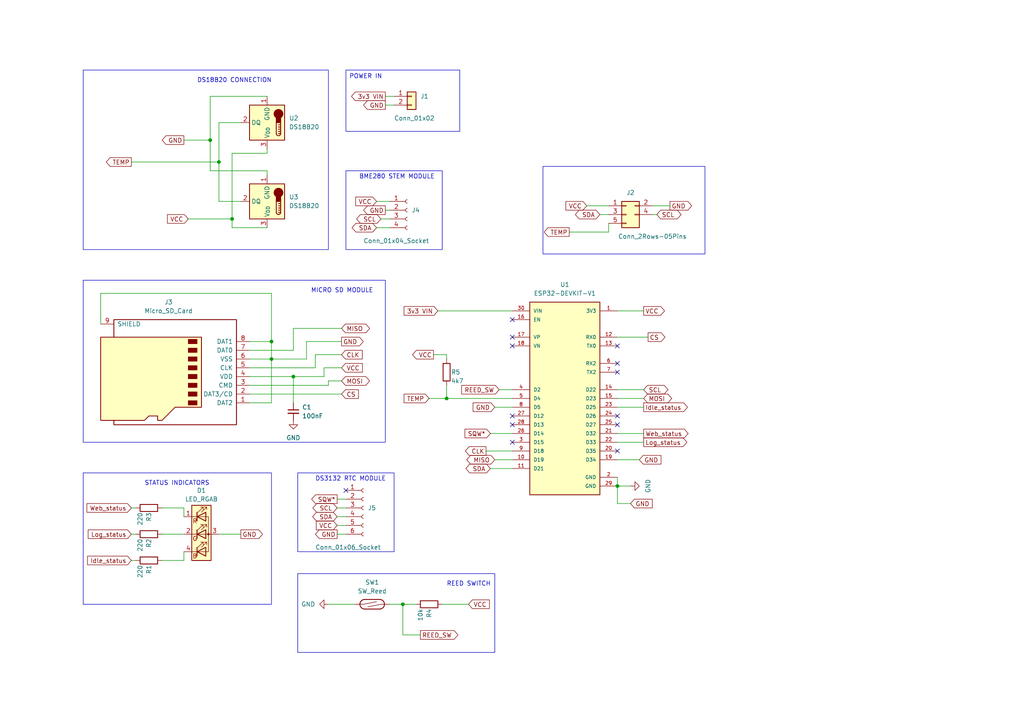
<source format=kicad_sch>
(kicad_sch
	(version 20231120)
	(generator "eeschema")
	(generator_version "8.0")
	(uuid "76f3e661-af6f-4ed4-8dce-4c7c2fd5d21b")
	(paper "A4")
	(lib_symbols
		(symbol "Connector:Conn_01x04_Socket"
			(pin_names
				(offset 1.016) hide)
			(exclude_from_sim no)
			(in_bom yes)
			(on_board yes)
			(property "Reference" "J"
				(at 0 5.08 0)
				(effects
					(font
						(size 1.27 1.27)
					)
				)
			)
			(property "Value" "Conn_01x04_Socket"
				(at 0 -7.62 0)
				(effects
					(font
						(size 1.27 1.27)
					)
				)
			)
			(property "Footprint" ""
				(at 0 0 0)
				(effects
					(font
						(size 1.27 1.27)
					)
					(hide yes)
				)
			)
			(property "Datasheet" "~"
				(at 0 0 0)
				(effects
					(font
						(size 1.27 1.27)
					)
					(hide yes)
				)
			)
			(property "Description" "Generic connector, single row, 01x04, script generated"
				(at 0 0 0)
				(effects
					(font
						(size 1.27 1.27)
					)
					(hide yes)
				)
			)
			(property "ki_locked" ""
				(at 0 0 0)
				(effects
					(font
						(size 1.27 1.27)
					)
				)
			)
			(property "ki_keywords" "connector"
				(at 0 0 0)
				(effects
					(font
						(size 1.27 1.27)
					)
					(hide yes)
				)
			)
			(property "ki_fp_filters" "Connector*:*_1x??_*"
				(at 0 0 0)
				(effects
					(font
						(size 1.27 1.27)
					)
					(hide yes)
				)
			)
			(symbol "Conn_01x04_Socket_1_1"
				(arc
					(start 0 -4.572)
					(mid -0.5058 -5.08)
					(end 0 -5.588)
					(stroke
						(width 0.1524)
						(type default)
					)
					(fill
						(type none)
					)
				)
				(arc
					(start 0 -2.032)
					(mid -0.5058 -2.54)
					(end 0 -3.048)
					(stroke
						(width 0.1524)
						(type default)
					)
					(fill
						(type none)
					)
				)
				(polyline
					(pts
						(xy -1.27 -5.08) (xy -0.508 -5.08)
					)
					(stroke
						(width 0.1524)
						(type default)
					)
					(fill
						(type none)
					)
				)
				(polyline
					(pts
						(xy -1.27 -2.54) (xy -0.508 -2.54)
					)
					(stroke
						(width 0.1524)
						(type default)
					)
					(fill
						(type none)
					)
				)
				(polyline
					(pts
						(xy -1.27 0) (xy -0.508 0)
					)
					(stroke
						(width 0.1524)
						(type default)
					)
					(fill
						(type none)
					)
				)
				(polyline
					(pts
						(xy -1.27 2.54) (xy -0.508 2.54)
					)
					(stroke
						(width 0.1524)
						(type default)
					)
					(fill
						(type none)
					)
				)
				(arc
					(start 0 0.508)
					(mid -0.5058 0)
					(end 0 -0.508)
					(stroke
						(width 0.1524)
						(type default)
					)
					(fill
						(type none)
					)
				)
				(arc
					(start 0 3.048)
					(mid -0.5058 2.54)
					(end 0 2.032)
					(stroke
						(width 0.1524)
						(type default)
					)
					(fill
						(type none)
					)
				)
				(pin passive line
					(at -5.08 2.54 0)
					(length 3.81)
					(name "Pin_1"
						(effects
							(font
								(size 1.27 1.27)
							)
						)
					)
					(number "1"
						(effects
							(font
								(size 1.27 1.27)
							)
						)
					)
				)
				(pin passive line
					(at -5.08 0 0)
					(length 3.81)
					(name "Pin_2"
						(effects
							(font
								(size 1.27 1.27)
							)
						)
					)
					(number "2"
						(effects
							(font
								(size 1.27 1.27)
							)
						)
					)
				)
				(pin passive line
					(at -5.08 -2.54 0)
					(length 3.81)
					(name "Pin_3"
						(effects
							(font
								(size 1.27 1.27)
							)
						)
					)
					(number "3"
						(effects
							(font
								(size 1.27 1.27)
							)
						)
					)
				)
				(pin passive line
					(at -5.08 -5.08 0)
					(length 3.81)
					(name "Pin_4"
						(effects
							(font
								(size 1.27 1.27)
							)
						)
					)
					(number "4"
						(effects
							(font
								(size 1.27 1.27)
							)
						)
					)
				)
			)
		)
		(symbol "Connector:Conn_01x06_Socket"
			(pin_names
				(offset 1.016) hide)
			(exclude_from_sim no)
			(in_bom yes)
			(on_board yes)
			(property "Reference" "J"
				(at 0 7.62 0)
				(effects
					(font
						(size 1.27 1.27)
					)
				)
			)
			(property "Value" "Conn_01x06_Socket"
				(at 0 -10.16 0)
				(effects
					(font
						(size 1.27 1.27)
					)
				)
			)
			(property "Footprint" ""
				(at 0 0 0)
				(effects
					(font
						(size 1.27 1.27)
					)
					(hide yes)
				)
			)
			(property "Datasheet" "~"
				(at 0 0 0)
				(effects
					(font
						(size 1.27 1.27)
					)
					(hide yes)
				)
			)
			(property "Description" "Generic connector, single row, 01x06, script generated"
				(at 0 0 0)
				(effects
					(font
						(size 1.27 1.27)
					)
					(hide yes)
				)
			)
			(property "ki_locked" ""
				(at 0 0 0)
				(effects
					(font
						(size 1.27 1.27)
					)
				)
			)
			(property "ki_keywords" "connector"
				(at 0 0 0)
				(effects
					(font
						(size 1.27 1.27)
					)
					(hide yes)
				)
			)
			(property "ki_fp_filters" "Connector*:*_1x??_*"
				(at 0 0 0)
				(effects
					(font
						(size 1.27 1.27)
					)
					(hide yes)
				)
			)
			(symbol "Conn_01x06_Socket_1_1"
				(arc
					(start 0 -7.112)
					(mid -0.5058 -7.62)
					(end 0 -8.128)
					(stroke
						(width 0.1524)
						(type default)
					)
					(fill
						(type none)
					)
				)
				(arc
					(start 0 -4.572)
					(mid -0.5058 -5.08)
					(end 0 -5.588)
					(stroke
						(width 0.1524)
						(type default)
					)
					(fill
						(type none)
					)
				)
				(arc
					(start 0 -2.032)
					(mid -0.5058 -2.54)
					(end 0 -3.048)
					(stroke
						(width 0.1524)
						(type default)
					)
					(fill
						(type none)
					)
				)
				(polyline
					(pts
						(xy -1.27 -7.62) (xy -0.508 -7.62)
					)
					(stroke
						(width 0.1524)
						(type default)
					)
					(fill
						(type none)
					)
				)
				(polyline
					(pts
						(xy -1.27 -5.08) (xy -0.508 -5.08)
					)
					(stroke
						(width 0.1524)
						(type default)
					)
					(fill
						(type none)
					)
				)
				(polyline
					(pts
						(xy -1.27 -2.54) (xy -0.508 -2.54)
					)
					(stroke
						(width 0.1524)
						(type default)
					)
					(fill
						(type none)
					)
				)
				(polyline
					(pts
						(xy -1.27 0) (xy -0.508 0)
					)
					(stroke
						(width 0.1524)
						(type default)
					)
					(fill
						(type none)
					)
				)
				(polyline
					(pts
						(xy -1.27 2.54) (xy -0.508 2.54)
					)
					(stroke
						(width 0.1524)
						(type default)
					)
					(fill
						(type none)
					)
				)
				(polyline
					(pts
						(xy -1.27 5.08) (xy -0.508 5.08)
					)
					(stroke
						(width 0.1524)
						(type default)
					)
					(fill
						(type none)
					)
				)
				(arc
					(start 0 0.508)
					(mid -0.5058 0)
					(end 0 -0.508)
					(stroke
						(width 0.1524)
						(type default)
					)
					(fill
						(type none)
					)
				)
				(arc
					(start 0 3.048)
					(mid -0.5058 2.54)
					(end 0 2.032)
					(stroke
						(width 0.1524)
						(type default)
					)
					(fill
						(type none)
					)
				)
				(arc
					(start 0 5.588)
					(mid -0.5058 5.08)
					(end 0 4.572)
					(stroke
						(width 0.1524)
						(type default)
					)
					(fill
						(type none)
					)
				)
				(pin passive line
					(at -5.08 5.08 0)
					(length 3.81)
					(name "Pin_1"
						(effects
							(font
								(size 1.27 1.27)
							)
						)
					)
					(number "1"
						(effects
							(font
								(size 1.27 1.27)
							)
						)
					)
				)
				(pin passive line
					(at -5.08 2.54 0)
					(length 3.81)
					(name "Pin_2"
						(effects
							(font
								(size 1.27 1.27)
							)
						)
					)
					(number "2"
						(effects
							(font
								(size 1.27 1.27)
							)
						)
					)
				)
				(pin passive line
					(at -5.08 0 0)
					(length 3.81)
					(name "Pin_3"
						(effects
							(font
								(size 1.27 1.27)
							)
						)
					)
					(number "3"
						(effects
							(font
								(size 1.27 1.27)
							)
						)
					)
				)
				(pin passive line
					(at -5.08 -2.54 0)
					(length 3.81)
					(name "Pin_4"
						(effects
							(font
								(size 1.27 1.27)
							)
						)
					)
					(number "4"
						(effects
							(font
								(size 1.27 1.27)
							)
						)
					)
				)
				(pin passive line
					(at -5.08 -5.08 0)
					(length 3.81)
					(name "Pin_5"
						(effects
							(font
								(size 1.27 1.27)
							)
						)
					)
					(number "5"
						(effects
							(font
								(size 1.27 1.27)
							)
						)
					)
				)
				(pin passive line
					(at -5.08 -7.62 0)
					(length 3.81)
					(name "Pin_6"
						(effects
							(font
								(size 1.27 1.27)
							)
						)
					)
					(number "6"
						(effects
							(font
								(size 1.27 1.27)
							)
						)
					)
				)
			)
		)
		(symbol "Connector:Micro_SD_Card"
			(pin_names
				(offset 1.016)
			)
			(exclude_from_sim no)
			(in_bom yes)
			(on_board yes)
			(property "Reference" "J8"
				(at 0.635 -21.59 0)
				(effects
					(font
						(size 1.27 1.27)
					)
				)
			)
			(property "Value" "Micro_SD_Card"
				(at 0.635 -19.05 0)
				(effects
					(font
						(size 1.27 1.27)
					)
				)
			)
			(property "Footprint" "Connector_Card:microSD_HC_Hirose_DM3AT-SF-PEJM5"
				(at 29.21 7.62 0)
				(effects
					(font
						(size 1.27 1.27)
					)
					(hide yes)
				)
			)
			(property "Datasheet" "http://katalog.we-online.de/em/datasheet/693072010801.pdf"
				(at 0 0 0)
				(effects
					(font
						(size 1.27 1.27)
					)
					(hide yes)
				)
			)
			(property "Description" "Micro SD Card Socket"
				(at 0 0 0)
				(effects
					(font
						(size 1.27 1.27)
					)
					(hide yes)
				)
			)
			(property "ki_keywords" "connector SD microsd"
				(at 0 0 0)
				(effects
					(font
						(size 1.27 1.27)
					)
					(hide yes)
				)
			)
			(property "ki_fp_filters" "microSD*"
				(at 0 0 0)
				(effects
					(font
						(size 1.27 1.27)
					)
					(hide yes)
				)
			)
			(symbol "Micro_SD_Card_0_1"
				(rectangle
					(start -7.62 -9.525)
					(end -5.08 -10.795)
					(stroke
						(width 0)
						(type default)
					)
					(fill
						(type outline)
					)
				)
				(rectangle
					(start -7.62 -6.985)
					(end -5.08 -8.255)
					(stroke
						(width 0)
						(type default)
					)
					(fill
						(type outline)
					)
				)
				(rectangle
					(start -7.62 -4.445)
					(end -5.08 -5.715)
					(stroke
						(width 0)
						(type default)
					)
					(fill
						(type outline)
					)
				)
				(rectangle
					(start -7.62 -1.905)
					(end -5.08 -3.175)
					(stroke
						(width 0)
						(type default)
					)
					(fill
						(type outline)
					)
				)
				(rectangle
					(start -7.62 0.635)
					(end -5.08 -0.635)
					(stroke
						(width 0)
						(type default)
					)
					(fill
						(type outline)
					)
				)
				(rectangle
					(start -7.62 3.175)
					(end -5.08 1.905)
					(stroke
						(width 0)
						(type default)
					)
					(fill
						(type outline)
					)
				)
				(rectangle
					(start -7.62 5.715)
					(end -5.08 4.445)
					(stroke
						(width 0)
						(type default)
					)
					(fill
						(type outline)
					)
				)
				(rectangle
					(start -7.62 8.255)
					(end -5.08 6.985)
					(stroke
						(width 0)
						(type default)
					)
					(fill
						(type outline)
					)
				)
				(polyline
					(pts
						(xy 16.51 12.7) (xy 16.51 13.97) (xy -19.05 13.97) (xy -19.05 -16.51) (xy 16.51 -16.51) (xy 16.51 -11.43)
					)
					(stroke
						(width 0.254)
						(type default)
					)
					(fill
						(type none)
					)
				)
				(polyline
					(pts
						(xy -8.89 -11.43) (xy -8.89 8.89) (xy -1.27 8.89) (xy 2.54 12.7) (xy 3.81 12.7) (xy 3.81 11.43)
						(xy 6.35 11.43) (xy 7.62 12.7) (xy 20.32 12.7) (xy 20.32 -11.43) (xy -8.89 -11.43)
					)
					(stroke
						(width 0.254)
						(type default)
					)
					(fill
						(type background)
					)
				)
			)
			(symbol "Micro_SD_Card_1_1"
				(pin bidirectional line
					(at -22.86 7.62 0)
					(length 3.81)
					(name "DAT2"
						(effects
							(font
								(size 1.27 1.27)
							)
						)
					)
					(number "1"
						(effects
							(font
								(size 1.27 1.27)
							)
						)
					)
				)
				(pin bidirectional line
					(at -22.86 5.08 0)
					(length 3.81)
					(name "DAT3/CD"
						(effects
							(font
								(size 1.27 1.27)
							)
						)
					)
					(number "2"
						(effects
							(font
								(size 1.27 1.27)
							)
						)
					)
				)
				(pin input line
					(at -22.86 2.54 0)
					(length 3.81)
					(name "CMD"
						(effects
							(font
								(size 1.27 1.27)
							)
						)
					)
					(number "3"
						(effects
							(font
								(size 1.27 1.27)
							)
						)
					)
				)
				(pin input line
					(at -22.86 0 0)
					(length 3.81)
					(name "VDD"
						(effects
							(font
								(size 1.27 1.27)
							)
						)
					)
					(number "4"
						(effects
							(font
								(size 1.27 1.27)
							)
						)
					)
				)
				(pin input line
					(at -22.86 -2.54 0)
					(length 3.81)
					(name "CLK"
						(effects
							(font
								(size 1.27 1.27)
							)
						)
					)
					(number "5"
						(effects
							(font
								(size 1.27 1.27)
							)
						)
					)
				)
				(pin input line
					(at -22.86 -5.08 0)
					(length 3.81)
					(name "VSS"
						(effects
							(font
								(size 1.27 1.27)
							)
						)
					)
					(number "6"
						(effects
							(font
								(size 1.27 1.27)
							)
						)
					)
				)
				(pin bidirectional line
					(at -22.86 -7.62 0)
					(length 3.81)
					(name "DAT0"
						(effects
							(font
								(size 1.27 1.27)
							)
						)
					)
					(number "7"
						(effects
							(font
								(size 1.27 1.27)
							)
						)
					)
				)
				(pin bidirectional line
					(at -22.86 -10.16 0)
					(length 3.81)
					(name "DAT1"
						(effects
							(font
								(size 1.27 1.27)
							)
						)
					)
					(number "8"
						(effects
							(font
								(size 1.27 1.27)
							)
						)
					)
				)
				(pin passive line
					(at 20.32 -15.24 180)
					(length 3.81)
					(name "SHIELD"
						(effects
							(font
								(size 1.27 1.27)
							)
						)
					)
					(number "9"
						(effects
							(font
								(size 1.27 1.27)
							)
						)
					)
				)
			)
		)
		(symbol "Connector_Generic:Conn_01x02"
			(pin_names
				(offset 1.016) hide)
			(exclude_from_sim no)
			(in_bom yes)
			(on_board yes)
			(property "Reference" "J"
				(at 0 2.54 0)
				(effects
					(font
						(size 1.27 1.27)
					)
				)
			)
			(property "Value" "Conn_01x02"
				(at 0 -5.08 0)
				(effects
					(font
						(size 1.27 1.27)
					)
				)
			)
			(property "Footprint" ""
				(at 0 0 0)
				(effects
					(font
						(size 1.27 1.27)
					)
					(hide yes)
				)
			)
			(property "Datasheet" "~"
				(at 0 0 0)
				(effects
					(font
						(size 1.27 1.27)
					)
					(hide yes)
				)
			)
			(property "Description" "Generic connector, single row, 01x02, script generated (kicad-library-utils/schlib/autogen/connector/)"
				(at 0 0 0)
				(effects
					(font
						(size 1.27 1.27)
					)
					(hide yes)
				)
			)
			(property "ki_keywords" "connector"
				(at 0 0 0)
				(effects
					(font
						(size 1.27 1.27)
					)
					(hide yes)
				)
			)
			(property "ki_fp_filters" "Connector*:*_1x??_*"
				(at 0 0 0)
				(effects
					(font
						(size 1.27 1.27)
					)
					(hide yes)
				)
			)
			(symbol "Conn_01x02_1_1"
				(rectangle
					(start -1.27 -2.413)
					(end 0 -2.667)
					(stroke
						(width 0.1524)
						(type default)
					)
					(fill
						(type none)
					)
				)
				(rectangle
					(start -1.27 0.127)
					(end 0 -0.127)
					(stroke
						(width 0.1524)
						(type default)
					)
					(fill
						(type none)
					)
				)
				(rectangle
					(start -1.27 1.27)
					(end 1.27 -3.81)
					(stroke
						(width 0.254)
						(type default)
					)
					(fill
						(type background)
					)
				)
				(pin passive line
					(at -5.08 0 0)
					(length 3.81)
					(name "Pin_1"
						(effects
							(font
								(size 1.27 1.27)
							)
						)
					)
					(number "1"
						(effects
							(font
								(size 1.27 1.27)
							)
						)
					)
				)
				(pin passive line
					(at -5.08 -2.54 0)
					(length 3.81)
					(name "Pin_2"
						(effects
							(font
								(size 1.27 1.27)
							)
						)
					)
					(number "2"
						(effects
							(font
								(size 1.27 1.27)
							)
						)
					)
				)
			)
		)
		(symbol "Connector_Generic:Conn_2Rows-05Pins"
			(pin_names
				(offset 1.016) hide)
			(exclude_from_sim no)
			(in_bom yes)
			(on_board yes)
			(property "Reference" "J"
				(at 1.27 5.08 0)
				(effects
					(font
						(size 1.27 1.27)
					)
				)
			)
			(property "Value" "Conn_2Rows-05Pins"
				(at 1.27 -5.08 0)
				(effects
					(font
						(size 1.27 1.27)
					)
				)
			)
			(property "Footprint" ""
				(at 0 0 0)
				(effects
					(font
						(size 1.27 1.27)
					)
					(hide yes)
				)
			)
			(property "Datasheet" "~"
				(at 0 0 0)
				(effects
					(font
						(size 1.27 1.27)
					)
					(hide yes)
				)
			)
			(property "Description" "Generic connector, double row, 05 pins, odd/even pin numbering scheme (row 1 odd numbers, row 2 even numbers), script generated (kicad-library-utils/schlib/autogen/connector/)"
				(at 0 0 0)
				(effects
					(font
						(size 1.27 1.27)
					)
					(hide yes)
				)
			)
			(property "ki_keywords" "connector"
				(at 0 0 0)
				(effects
					(font
						(size 1.27 1.27)
					)
					(hide yes)
				)
			)
			(property "ki_fp_filters" "Connector*:*2Rows*Pins__* *FCC*2Rows*Pins__*"
				(at 0 0 0)
				(effects
					(font
						(size 1.27 1.27)
					)
					(hide yes)
				)
			)
			(symbol "Conn_2Rows-05Pins_1_1"
				(rectangle
					(start -1.27 -2.413)
					(end 0 -2.667)
					(stroke
						(width 0.1524)
						(type default)
					)
					(fill
						(type none)
					)
				)
				(rectangle
					(start -1.27 0.127)
					(end 0 -0.127)
					(stroke
						(width 0.1524)
						(type default)
					)
					(fill
						(type none)
					)
				)
				(rectangle
					(start -1.27 2.667)
					(end 0 2.413)
					(stroke
						(width 0.1524)
						(type default)
					)
					(fill
						(type none)
					)
				)
				(rectangle
					(start -1.27 3.81)
					(end 3.81 -3.81)
					(stroke
						(width 0.254)
						(type default)
					)
					(fill
						(type background)
					)
				)
				(rectangle
					(start 3.81 0.127)
					(end 2.54 -0.127)
					(stroke
						(width 0.1524)
						(type default)
					)
					(fill
						(type none)
					)
				)
				(rectangle
					(start 3.81 2.667)
					(end 2.54 2.413)
					(stroke
						(width 0.1524)
						(type default)
					)
					(fill
						(type none)
					)
				)
				(pin passive line
					(at -5.08 2.54 0)
					(length 3.81)
					(name "Pin_1"
						(effects
							(font
								(size 1.27 1.27)
							)
						)
					)
					(number "1"
						(effects
							(font
								(size 1.27 1.27)
							)
						)
					)
				)
				(pin passive line
					(at 7.62 2.54 180)
					(length 3.81)
					(name "Pin_2"
						(effects
							(font
								(size 1.27 1.27)
							)
						)
					)
					(number "2"
						(effects
							(font
								(size 1.27 1.27)
							)
						)
					)
				)
				(pin passive line
					(at -5.08 0 0)
					(length 3.81)
					(name "Pin_3"
						(effects
							(font
								(size 1.27 1.27)
							)
						)
					)
					(number "3"
						(effects
							(font
								(size 1.27 1.27)
							)
						)
					)
				)
				(pin passive line
					(at 7.62 0 180)
					(length 3.81)
					(name "Pin_4"
						(effects
							(font
								(size 1.27 1.27)
							)
						)
					)
					(number "4"
						(effects
							(font
								(size 1.27 1.27)
							)
						)
					)
				)
				(pin passive line
					(at -5.08 -2.54 0)
					(length 3.81)
					(name "Pin_5"
						(effects
							(font
								(size 1.27 1.27)
							)
						)
					)
					(number "5"
						(effects
							(font
								(size 1.27 1.27)
							)
						)
					)
				)
			)
		)
		(symbol "Device:C_Small"
			(pin_numbers hide)
			(pin_names
				(offset 0.254) hide)
			(exclude_from_sim no)
			(in_bom yes)
			(on_board yes)
			(property "Reference" "C"
				(at 0.254 1.778 0)
				(effects
					(font
						(size 1.27 1.27)
					)
					(justify left)
				)
			)
			(property "Value" "C_Small"
				(at 0.254 -2.032 0)
				(effects
					(font
						(size 1.27 1.27)
					)
					(justify left)
				)
			)
			(property "Footprint" ""
				(at 0 0 0)
				(effects
					(font
						(size 1.27 1.27)
					)
					(hide yes)
				)
			)
			(property "Datasheet" "~"
				(at 0 0 0)
				(effects
					(font
						(size 1.27 1.27)
					)
					(hide yes)
				)
			)
			(property "Description" "Unpolarized capacitor, small symbol"
				(at 0 0 0)
				(effects
					(font
						(size 1.27 1.27)
					)
					(hide yes)
				)
			)
			(property "ki_keywords" "capacitor cap"
				(at 0 0 0)
				(effects
					(font
						(size 1.27 1.27)
					)
					(hide yes)
				)
			)
			(property "ki_fp_filters" "C_*"
				(at 0 0 0)
				(effects
					(font
						(size 1.27 1.27)
					)
					(hide yes)
				)
			)
			(symbol "C_Small_0_1"
				(polyline
					(pts
						(xy -1.524 -0.508) (xy 1.524 -0.508)
					)
					(stroke
						(width 0.3302)
						(type default)
					)
					(fill
						(type none)
					)
				)
				(polyline
					(pts
						(xy -1.524 0.508) (xy 1.524 0.508)
					)
					(stroke
						(width 0.3048)
						(type default)
					)
					(fill
						(type none)
					)
				)
			)
			(symbol "C_Small_1_1"
				(pin passive line
					(at 0 2.54 270)
					(length 2.032)
					(name "~"
						(effects
							(font
								(size 1.27 1.27)
							)
						)
					)
					(number "1"
						(effects
							(font
								(size 1.27 1.27)
							)
						)
					)
				)
				(pin passive line
					(at 0 -2.54 90)
					(length 2.032)
					(name "~"
						(effects
							(font
								(size 1.27 1.27)
							)
						)
					)
					(number "2"
						(effects
							(font
								(size 1.27 1.27)
							)
						)
					)
				)
			)
		)
		(symbol "Device:LED_RGAB"
			(pin_names
				(offset 0) hide)
			(exclude_from_sim no)
			(in_bom yes)
			(on_board yes)
			(property "Reference" "D"
				(at 0 9.398 0)
				(effects
					(font
						(size 1.27 1.27)
					)
				)
			)
			(property "Value" "LED_RGAB"
				(at 0 -8.89 0)
				(effects
					(font
						(size 1.27 1.27)
					)
				)
			)
			(property "Footprint" ""
				(at 0 -1.27 0)
				(effects
					(font
						(size 1.27 1.27)
					)
					(hide yes)
				)
			)
			(property "Datasheet" "~"
				(at 0 -1.27 0)
				(effects
					(font
						(size 1.27 1.27)
					)
					(hide yes)
				)
			)
			(property "Description" "RGB LED, red/green/anode/blue"
				(at 0 0 0)
				(effects
					(font
						(size 1.27 1.27)
					)
					(hide yes)
				)
			)
			(property "ki_keywords" "LED RGB diode"
				(at 0 0 0)
				(effects
					(font
						(size 1.27 1.27)
					)
					(hide yes)
				)
			)
			(property "ki_fp_filters" "LED* LED_SMD:* LED_THT:*"
				(at 0 0 0)
				(effects
					(font
						(size 1.27 1.27)
					)
					(hide yes)
				)
			)
			(symbol "LED_RGAB_0_0"
				(text "B"
					(at -1.905 -6.35 0)
					(effects
						(font
							(size 1.27 1.27)
						)
					)
				)
				(text "G"
					(at -1.905 -1.27 0)
					(effects
						(font
							(size 1.27 1.27)
						)
					)
				)
				(text "R"
					(at -1.905 3.81 0)
					(effects
						(font
							(size 1.27 1.27)
						)
					)
				)
			)
			(symbol "LED_RGAB_0_1"
				(polyline
					(pts
						(xy -1.27 -5.08) (xy -2.54 -5.08)
					)
					(stroke
						(width 0)
						(type default)
					)
					(fill
						(type none)
					)
				)
				(polyline
					(pts
						(xy -1.27 -5.08) (xy 1.27 -5.08)
					)
					(stroke
						(width 0)
						(type default)
					)
					(fill
						(type none)
					)
				)
				(polyline
					(pts
						(xy -1.27 -3.81) (xy -1.27 -6.35)
					)
					(stroke
						(width 0.254)
						(type default)
					)
					(fill
						(type none)
					)
				)
				(polyline
					(pts
						(xy -1.27 0) (xy -2.54 0)
					)
					(stroke
						(width 0)
						(type default)
					)
					(fill
						(type none)
					)
				)
				(polyline
					(pts
						(xy -1.27 1.27) (xy -1.27 -1.27)
					)
					(stroke
						(width 0.254)
						(type default)
					)
					(fill
						(type none)
					)
				)
				(polyline
					(pts
						(xy -1.27 5.08) (xy -2.54 5.08)
					)
					(stroke
						(width 0)
						(type default)
					)
					(fill
						(type none)
					)
				)
				(polyline
					(pts
						(xy -1.27 5.08) (xy 1.27 5.08)
					)
					(stroke
						(width 0)
						(type default)
					)
					(fill
						(type none)
					)
				)
				(polyline
					(pts
						(xy -1.27 6.35) (xy -1.27 3.81)
					)
					(stroke
						(width 0.254)
						(type default)
					)
					(fill
						(type none)
					)
				)
				(polyline
					(pts
						(xy 1.27 0) (xy -1.27 0)
					)
					(stroke
						(width 0)
						(type default)
					)
					(fill
						(type none)
					)
				)
				(polyline
					(pts
						(xy 1.27 0) (xy 2.54 0)
					)
					(stroke
						(width 0)
						(type default)
					)
					(fill
						(type none)
					)
				)
				(polyline
					(pts
						(xy -1.27 1.27) (xy -1.27 -1.27) (xy -1.27 -1.27)
					)
					(stroke
						(width 0)
						(type default)
					)
					(fill
						(type none)
					)
				)
				(polyline
					(pts
						(xy -1.27 6.35) (xy -1.27 3.81) (xy -1.27 3.81)
					)
					(stroke
						(width 0)
						(type default)
					)
					(fill
						(type none)
					)
				)
				(polyline
					(pts
						(xy 1.27 -5.08) (xy 2.032 -5.08) (xy 2.032 5.08) (xy 1.27 5.08)
					)
					(stroke
						(width 0)
						(type default)
					)
					(fill
						(type none)
					)
				)
				(polyline
					(pts
						(xy 1.27 -3.81) (xy 1.27 -6.35) (xy -1.27 -5.08) (xy 1.27 -3.81)
					)
					(stroke
						(width 0.254)
						(type default)
					)
					(fill
						(type none)
					)
				)
				(polyline
					(pts
						(xy 1.27 1.27) (xy 1.27 -1.27) (xy -1.27 0) (xy 1.27 1.27)
					)
					(stroke
						(width 0.254)
						(type default)
					)
					(fill
						(type none)
					)
				)
				(polyline
					(pts
						(xy 1.27 6.35) (xy 1.27 3.81) (xy -1.27 5.08) (xy 1.27 6.35)
					)
					(stroke
						(width 0.254)
						(type default)
					)
					(fill
						(type none)
					)
				)
				(polyline
					(pts
						(xy -1.016 -3.81) (xy 0.508 -2.286) (xy -0.254 -2.286) (xy 0.508 -2.286) (xy 0.508 -3.048)
					)
					(stroke
						(width 0)
						(type default)
					)
					(fill
						(type none)
					)
				)
				(polyline
					(pts
						(xy -1.016 1.27) (xy 0.508 2.794) (xy -0.254 2.794) (xy 0.508 2.794) (xy 0.508 2.032)
					)
					(stroke
						(width 0)
						(type default)
					)
					(fill
						(type none)
					)
				)
				(polyline
					(pts
						(xy -1.016 6.35) (xy 0.508 7.874) (xy -0.254 7.874) (xy 0.508 7.874) (xy 0.508 7.112)
					)
					(stroke
						(width 0)
						(type default)
					)
					(fill
						(type none)
					)
				)
				(polyline
					(pts
						(xy 0 -3.81) (xy 1.524 -2.286) (xy 0.762 -2.286) (xy 1.524 -2.286) (xy 1.524 -3.048)
					)
					(stroke
						(width 0)
						(type default)
					)
					(fill
						(type none)
					)
				)
				(polyline
					(pts
						(xy 0 1.27) (xy 1.524 2.794) (xy 0.762 2.794) (xy 1.524 2.794) (xy 1.524 2.032)
					)
					(stroke
						(width 0)
						(type default)
					)
					(fill
						(type none)
					)
				)
				(polyline
					(pts
						(xy 0 6.35) (xy 1.524 7.874) (xy 0.762 7.874) (xy 1.524 7.874) (xy 1.524 7.112)
					)
					(stroke
						(width 0)
						(type default)
					)
					(fill
						(type none)
					)
				)
				(rectangle
					(start 1.27 -1.27)
					(end 1.27 1.27)
					(stroke
						(width 0)
						(type default)
					)
					(fill
						(type none)
					)
				)
				(rectangle
					(start 1.27 1.27)
					(end 1.27 1.27)
					(stroke
						(width 0)
						(type default)
					)
					(fill
						(type none)
					)
				)
				(rectangle
					(start 1.27 3.81)
					(end 1.27 6.35)
					(stroke
						(width 0)
						(type default)
					)
					(fill
						(type none)
					)
				)
				(rectangle
					(start 1.27 6.35)
					(end 1.27 6.35)
					(stroke
						(width 0)
						(type default)
					)
					(fill
						(type none)
					)
				)
				(circle
					(center 2.032 0)
					(radius 0.254)
					(stroke
						(width 0)
						(type default)
					)
					(fill
						(type outline)
					)
				)
				(rectangle
					(start 2.794 8.382)
					(end -2.794 -7.62)
					(stroke
						(width 0.254)
						(type default)
					)
					(fill
						(type background)
					)
				)
			)
			(symbol "LED_RGAB_1_1"
				(pin passive line
					(at -5.08 5.08 0)
					(length 2.54)
					(name "RK"
						(effects
							(font
								(size 1.27 1.27)
							)
						)
					)
					(number "1"
						(effects
							(font
								(size 1.27 1.27)
							)
						)
					)
				)
				(pin passive line
					(at -5.08 0 0)
					(length 2.54)
					(name "GK"
						(effects
							(font
								(size 1.27 1.27)
							)
						)
					)
					(number "2"
						(effects
							(font
								(size 1.27 1.27)
							)
						)
					)
				)
				(pin passive line
					(at 5.08 0 180)
					(length 2.54)
					(name "A"
						(effects
							(font
								(size 1.27 1.27)
							)
						)
					)
					(number "3"
						(effects
							(font
								(size 1.27 1.27)
							)
						)
					)
				)
				(pin passive line
					(at -5.08 -5.08 0)
					(length 2.54)
					(name "BK"
						(effects
							(font
								(size 1.27 1.27)
							)
						)
					)
					(number "4"
						(effects
							(font
								(size 1.27 1.27)
							)
						)
					)
				)
			)
		)
		(symbol "Device:R"
			(pin_numbers hide)
			(pin_names
				(offset 0)
			)
			(exclude_from_sim no)
			(in_bom yes)
			(on_board yes)
			(property "Reference" "R"
				(at 2.032 0 90)
				(effects
					(font
						(size 1.27 1.27)
					)
				)
			)
			(property "Value" "R"
				(at 0 0 90)
				(effects
					(font
						(size 1.27 1.27)
					)
				)
			)
			(property "Footprint" ""
				(at -1.778 0 90)
				(effects
					(font
						(size 1.27 1.27)
					)
					(hide yes)
				)
			)
			(property "Datasheet" "~"
				(at 0 0 0)
				(effects
					(font
						(size 1.27 1.27)
					)
					(hide yes)
				)
			)
			(property "Description" "Resistor"
				(at 0 0 0)
				(effects
					(font
						(size 1.27 1.27)
					)
					(hide yes)
				)
			)
			(property "ki_keywords" "R res resistor"
				(at 0 0 0)
				(effects
					(font
						(size 1.27 1.27)
					)
					(hide yes)
				)
			)
			(property "ki_fp_filters" "R_*"
				(at 0 0 0)
				(effects
					(font
						(size 1.27 1.27)
					)
					(hide yes)
				)
			)
			(symbol "R_0_1"
				(rectangle
					(start -1.016 -2.54)
					(end 1.016 2.54)
					(stroke
						(width 0.254)
						(type default)
					)
					(fill
						(type none)
					)
				)
			)
			(symbol "R_1_1"
				(pin passive line
					(at 0 3.81 270)
					(length 1.27)
					(name "~"
						(effects
							(font
								(size 1.27 1.27)
							)
						)
					)
					(number "1"
						(effects
							(font
								(size 1.27 1.27)
							)
						)
					)
				)
				(pin passive line
					(at 0 -3.81 90)
					(length 1.27)
					(name "~"
						(effects
							(font
								(size 1.27 1.27)
							)
						)
					)
					(number "2"
						(effects
							(font
								(size 1.27 1.27)
							)
						)
					)
				)
			)
		)
		(symbol "ESP32-DEVKIT-V1:ESP32-DEVKIT-V1"
			(pin_names
				(offset 1.016)
			)
			(exclude_from_sim no)
			(in_bom yes)
			(on_board yes)
			(property "Reference" "U1"
				(at 0 33.02 0)
				(effects
					(font
						(size 1.27 1.27)
					)
				)
			)
			(property "Value" "ESP32-DEVKIT-V1"
				(at 0 30.48 0)
				(effects
					(font
						(size 1.27 1.27)
					)
				)
			)
			(property "Footprint" "ESP32-DEVKIT-V1:MODULE_ESP32_DEVKIT_V1"
				(at 0 0 0)
				(effects
					(font
						(size 1.27 1.27)
					)
					(justify bottom)
					(hide yes)
				)
			)
			(property "Datasheet" ""
				(at 0 0 0)
				(effects
					(font
						(size 1.27 1.27)
					)
					(hide yes)
				)
			)
			(property "Description" "\nDual core, Wi-Fi: 2.4 GHz up to 150 Mbits/s,BLE (Bluetooth Low Energy) and legacy Bluetooth, 32 bits, Up to 240 MHz\n"
				(at 0 0 0)
				(effects
					(font
						(size 1.27 1.27)
					)
					(justify bottom)
					(hide yes)
				)
			)
			(property "MF" "Do it"
				(at 0 0 0)
				(effects
					(font
						(size 1.27 1.27)
					)
					(justify bottom)
					(hide yes)
				)
			)
			(property "MAXIMUM_PACKAGE_HEIGHT" "6.8 mm"
				(at 0 0 0)
				(effects
					(font
						(size 1.27 1.27)
					)
					(justify bottom)
					(hide yes)
				)
			)
			(property "Package" "None"
				(at 0 0 0)
				(effects
					(font
						(size 1.27 1.27)
					)
					(justify bottom)
					(hide yes)
				)
			)
			(property "Price" "None"
				(at 0 0 0)
				(effects
					(font
						(size 1.27 1.27)
					)
					(justify bottom)
					(hide yes)
				)
			)
			(property "Check_prices" "https://www.snapeda.com/parts/ESP32-DEVKIT-V1/Do+it/view-part/?ref=eda"
				(at 0 0 0)
				(effects
					(font
						(size 1.27 1.27)
					)
					(justify bottom)
					(hide yes)
				)
			)
			(property "STANDARD" "Manufacturer Recommendations"
				(at 0 0 0)
				(effects
					(font
						(size 1.27 1.27)
					)
					(justify bottom)
					(hide yes)
				)
			)
			(property "PARTREV" "N/A"
				(at 0 0 0)
				(effects
					(font
						(size 1.27 1.27)
					)
					(justify bottom)
					(hide yes)
				)
			)
			(property "SnapEDA_Link" "https://www.snapeda.com/parts/ESP32-DEVKIT-V1/Do+it/view-part/?ref=snap"
				(at 0 0 0)
				(effects
					(font
						(size 1.27 1.27)
					)
					(justify bottom)
					(hide yes)
				)
			)
			(property "MP" "ESP32-DEVKIT-V1"
				(at 0 0 0)
				(effects
					(font
						(size 1.27 1.27)
					)
					(justify bottom)
					(hide yes)
				)
			)
			(property "Availability" "Not in stock"
				(at 0 0 0)
				(effects
					(font
						(size 1.27 1.27)
					)
					(justify bottom)
					(hide yes)
				)
			)
			(property "MANUFACTURER" "DOIT"
				(at 0 0 0)
				(effects
					(font
						(size 1.27 1.27)
					)
					(justify bottom)
					(hide yes)
				)
			)
			(symbol "ESP32-DEVKIT-V1_0_0"
				(rectangle
					(start -10.16 -27.94)
					(end 10.16 27.94)
					(stroke
						(width 0.254)
						(type default)
					)
					(fill
						(type background)
					)
				)
				(pin bidirectional line
					(at -15.24 -17.78 0)
					(length 5.08)
					(name "D19"
						(effects
							(font
								(size 1.016 1.016)
							)
						)
					)
					(number "10"
						(effects
							(font
								(size 1.016 1.016)
							)
						)
					)
				)
				(pin bidirectional line
					(at -15.24 -20.32 0)
					(length 5.08)
					(name "D21"
						(effects
							(font
								(size 1.016 1.016)
							)
						)
					)
					(number "11"
						(effects
							(font
								(size 1.016 1.016)
							)
						)
					)
				)
				(pin input line
					(at 15.24 17.78 180)
					(length 5.08)
					(name "RX0"
						(effects
							(font
								(size 1.016 1.016)
							)
						)
					)
					(number "12"
						(effects
							(font
								(size 1.016 1.016)
							)
						)
					)
				)
				(pin output line
					(at 15.24 15.24 180)
					(length 5.08)
					(name "TX0"
						(effects
							(font
								(size 1.016 1.016)
							)
						)
					)
					(number "13"
						(effects
							(font
								(size 1.016 1.016)
							)
						)
					)
				)
				(pin bidirectional line
					(at 15.24 2.54 180)
					(length 5.08)
					(name "D22"
						(effects
							(font
								(size 1.016 1.016)
							)
						)
					)
					(number "14"
						(effects
							(font
								(size 1.016 1.016)
							)
						)
					)
				)
				(pin bidirectional line
					(at 15.24 0 180)
					(length 5.08)
					(name "D23"
						(effects
							(font
								(size 1.016 1.016)
							)
						)
					)
					(number "15"
						(effects
							(font
								(size 1.016 1.016)
							)
						)
					)
				)
				(pin input line
					(at -15.24 22.86 0)
					(length 5.08)
					(name "EN"
						(effects
							(font
								(size 1.016 1.016)
							)
						)
					)
					(number "16"
						(effects
							(font
								(size 1.016 1.016)
							)
						)
					)
				)
				(pin bidirectional line
					(at -15.24 17.78 0)
					(length 5.08)
					(name "VP"
						(effects
							(font
								(size 1.016 1.016)
							)
						)
					)
					(number "17"
						(effects
							(font
								(size 1.016 1.016)
							)
						)
					)
				)
				(pin bidirectional line
					(at -15.24 15.24 0)
					(length 5.08)
					(name "VN"
						(effects
							(font
								(size 1.016 1.016)
							)
						)
					)
					(number "18"
						(effects
							(font
								(size 1.016 1.016)
							)
						)
					)
				)
				(pin bidirectional line
					(at 15.24 -17.78 180)
					(length 5.08)
					(name "D34"
						(effects
							(font
								(size 1.016 1.016)
							)
						)
					)
					(number "19"
						(effects
							(font
								(size 1.016 1.016)
							)
						)
					)
				)
				(pin bidirectional line
					(at 15.24 -15.24 180)
					(length 5.08)
					(name "D35"
						(effects
							(font
								(size 1.016 1.016)
							)
						)
					)
					(number "20"
						(effects
							(font
								(size 1.016 1.016)
							)
						)
					)
				)
				(pin bidirectional line
					(at 15.24 -10.16 180)
					(length 5.08)
					(name "D32"
						(effects
							(font
								(size 1.016 1.016)
							)
						)
					)
					(number "21"
						(effects
							(font
								(size 1.016 1.016)
							)
						)
					)
				)
				(pin bidirectional line
					(at 15.24 -12.7 180)
					(length 5.08)
					(name "D33"
						(effects
							(font
								(size 1.016 1.016)
							)
						)
					)
					(number "22"
						(effects
							(font
								(size 1.016 1.016)
							)
						)
					)
				)
				(pin bidirectional line
					(at 15.24 -2.54 180)
					(length 5.08)
					(name "D25"
						(effects
							(font
								(size 1.016 1.016)
							)
						)
					)
					(number "23"
						(effects
							(font
								(size 1.016 1.016)
							)
						)
					)
				)
				(pin bidirectional line
					(at 15.24 -5.08 180)
					(length 5.08)
					(name "D26"
						(effects
							(font
								(size 1.016 1.016)
							)
						)
					)
					(number "24"
						(effects
							(font
								(size 1.016 1.016)
							)
						)
					)
				)
				(pin bidirectional line
					(at 15.24 -7.62 180)
					(length 5.08)
					(name "D27"
						(effects
							(font
								(size 1.016 1.016)
							)
						)
					)
					(number "25"
						(effects
							(font
								(size 1.016 1.016)
							)
						)
					)
				)
				(pin bidirectional line
					(at -15.24 -10.16 0)
					(length 5.08)
					(name "D14"
						(effects
							(font
								(size 1.016 1.016)
							)
						)
					)
					(number "26"
						(effects
							(font
								(size 1.016 1.016)
							)
						)
					)
				)
				(pin bidirectional line
					(at -15.24 -5.08 0)
					(length 5.08)
					(name "D12"
						(effects
							(font
								(size 1.016 1.016)
							)
						)
					)
					(number "27"
						(effects
							(font
								(size 1.016 1.016)
							)
						)
					)
				)
				(pin bidirectional line
					(at -15.24 -7.62 0)
					(length 5.08)
					(name "D13"
						(effects
							(font
								(size 1.016 1.016)
							)
						)
					)
					(number "28"
						(effects
							(font
								(size 1.016 1.016)
							)
						)
					)
				)
				(pin bidirectional line
					(at -15.24 -12.7 0)
					(length 5.08)
					(name "D15"
						(effects
							(font
								(size 1.016 1.016)
							)
						)
					)
					(number "3"
						(effects
							(font
								(size 1.016 1.016)
							)
						)
					)
				)
				(pin input line
					(at -15.24 25.4 0)
					(length 5.08)
					(name "VIN"
						(effects
							(font
								(size 1.016 1.016)
							)
						)
					)
					(number "30"
						(effects
							(font
								(size 1.016 1.016)
							)
						)
					)
				)
				(pin bidirectional line
					(at -15.24 2.54 0)
					(length 5.08)
					(name "D2"
						(effects
							(font
								(size 1.016 1.016)
							)
						)
					)
					(number "4"
						(effects
							(font
								(size 1.016 1.016)
							)
						)
					)
				)
				(pin bidirectional line
					(at -15.24 0 0)
					(length 5.08)
					(name "D4"
						(effects
							(font
								(size 1.016 1.016)
							)
						)
					)
					(number "5"
						(effects
							(font
								(size 1.016 1.016)
							)
						)
					)
				)
				(pin input line
					(at 15.24 10.16 180)
					(length 5.08)
					(name "RX2"
						(effects
							(font
								(size 1.016 1.016)
							)
						)
					)
					(number "6"
						(effects
							(font
								(size 1.016 1.016)
							)
						)
					)
				)
				(pin output line
					(at 15.24 7.62 180)
					(length 5.08)
					(name "TX2"
						(effects
							(font
								(size 1.016 1.016)
							)
						)
					)
					(number "7"
						(effects
							(font
								(size 1.016 1.016)
							)
						)
					)
				)
				(pin bidirectional line
					(at -15.24 -2.54 0)
					(length 5.08)
					(name "D5"
						(effects
							(font
								(size 1.016 1.016)
							)
						)
					)
					(number "8"
						(effects
							(font
								(size 1.016 1.016)
							)
						)
					)
				)
				(pin bidirectional line
					(at -15.24 -15.24 0)
					(length 5.08)
					(name "D18"
						(effects
							(font
								(size 1.016 1.016)
							)
						)
					)
					(number "9"
						(effects
							(font
								(size 1.016 1.016)
							)
						)
					)
				)
			)
			(symbol "ESP32-DEVKIT-V1_1_0"
				(pin power_out line
					(at 15.24 25.4 180)
					(length 5.08)
					(name "3V3"
						(effects
							(font
								(size 1.016 1.016)
							)
						)
					)
					(number "1"
						(effects
							(font
								(size 1.016 1.016)
							)
						)
					)
				)
				(pin input line
					(at 15.24 -22.86 180)
					(length 5.08)
					(name "GND"
						(effects
							(font
								(size 1.016 1.016)
							)
						)
					)
					(number "2"
						(effects
							(font
								(size 1.016 1.016)
							)
						)
					)
				)
				(pin input line
					(at 15.24 -25.4 180)
					(length 5.08)
					(name "GND"
						(effects
							(font
								(size 1.016 1.016)
							)
						)
					)
					(number "29"
						(effects
							(font
								(size 1.016 1.016)
							)
						)
					)
				)
			)
		)
		(symbol "GND_1"
			(power)
			(pin_names
				(offset 0)
			)
			(exclude_from_sim no)
			(in_bom yes)
			(on_board yes)
			(property "Reference" "#PWR04"
				(at 0 -6.35 0)
				(effects
					(font
						(size 1.27 1.27)
					)
					(hide yes)
				)
			)
			(property "Value" "GND_1"
				(at 0 -5.08 0)
				(effects
					(font
						(size 1.27 1.27)
					)
				)
			)
			(property "Footprint" ""
				(at 0 0 0)
				(effects
					(font
						(size 1.27 1.27)
					)
					(hide yes)
				)
			)
			(property "Datasheet" ""
				(at 0 0 0)
				(effects
					(font
						(size 1.27 1.27)
					)
					(hide yes)
				)
			)
			(property "Description" "Power symbol creates a global label with name \"GND\" , ground"
				(at 0 0 0)
				(effects
					(font
						(size 1.27 1.27)
					)
					(hide yes)
				)
			)
			(property "ki_keywords" "global power"
				(at 0 0 0)
				(effects
					(font
						(size 1.27 1.27)
					)
					(hide yes)
				)
			)
			(symbol "GND_1_0_1"
				(polyline
					(pts
						(xy 0 0) (xy 0 -1.27) (xy 1.27 -1.27) (xy 0 -2.54) (xy -1.27 -1.27) (xy 0 -1.27)
					)
					(stroke
						(width 0)
						(type default)
					)
					(fill
						(type none)
					)
				)
			)
			(symbol "GND_1_1_1"
				(pin power_out line
					(at 0 0 270)
					(length 0) hide
					(name "GND"
						(effects
							(font
								(size 1.27 1.27)
							)
						)
					)
					(number "1"
						(effects
							(font
								(size 1.27 1.27)
							)
						)
					)
				)
			)
		)
		(symbol "Sensor_Temperature:DS18B20"
			(exclude_from_sim no)
			(in_bom yes)
			(on_board yes)
			(property "Reference" "U"
				(at -3.81 6.35 0)
				(effects
					(font
						(size 1.27 1.27)
					)
				)
			)
			(property "Value" "DS18B20"
				(at 6.35 6.35 0)
				(effects
					(font
						(size 1.27 1.27)
					)
				)
			)
			(property "Footprint" "Package_TO_SOT_THT:TO-92_Inline"
				(at -25.4 -6.35 0)
				(effects
					(font
						(size 1.27 1.27)
					)
					(hide yes)
				)
			)
			(property "Datasheet" "http://datasheets.maximintegrated.com/en/ds/DS18B20.pdf"
				(at -3.81 6.35 0)
				(effects
					(font
						(size 1.27 1.27)
					)
					(hide yes)
				)
			)
			(property "Description" "Programmable Resolution 1-Wire Digital Thermometer TO-92"
				(at 0 0 0)
				(effects
					(font
						(size 1.27 1.27)
					)
					(hide yes)
				)
			)
			(property "ki_keywords" "OneWire 1Wire Dallas Maxim"
				(at 0 0 0)
				(effects
					(font
						(size 1.27 1.27)
					)
					(hide yes)
				)
			)
			(property "ki_fp_filters" "TO*92*"
				(at 0 0 0)
				(effects
					(font
						(size 1.27 1.27)
					)
					(hide yes)
				)
			)
			(symbol "DS18B20_0_1"
				(rectangle
					(start -5.08 5.08)
					(end 5.08 -5.08)
					(stroke
						(width 0.254)
						(type default)
					)
					(fill
						(type background)
					)
				)
				(circle
					(center -3.302 -2.54)
					(radius 1.27)
					(stroke
						(width 0.254)
						(type default)
					)
					(fill
						(type outline)
					)
				)
				(rectangle
					(start -2.667 -1.905)
					(end -3.937 0)
					(stroke
						(width 0.254)
						(type default)
					)
					(fill
						(type outline)
					)
				)
				(arc
					(start -2.667 3.175)
					(mid -3.302 3.8073)
					(end -3.937 3.175)
					(stroke
						(width 0.254)
						(type default)
					)
					(fill
						(type none)
					)
				)
				(polyline
					(pts
						(xy -3.937 0.635) (xy -3.302 0.635)
					)
					(stroke
						(width 0.254)
						(type default)
					)
					(fill
						(type none)
					)
				)
				(polyline
					(pts
						(xy -3.937 1.27) (xy -3.302 1.27)
					)
					(stroke
						(width 0.254)
						(type default)
					)
					(fill
						(type none)
					)
				)
				(polyline
					(pts
						(xy -3.937 1.905) (xy -3.302 1.905)
					)
					(stroke
						(width 0.254)
						(type default)
					)
					(fill
						(type none)
					)
				)
				(polyline
					(pts
						(xy -3.937 2.54) (xy -3.302 2.54)
					)
					(stroke
						(width 0.254)
						(type default)
					)
					(fill
						(type none)
					)
				)
				(polyline
					(pts
						(xy -3.937 3.175) (xy -3.937 0)
					)
					(stroke
						(width 0.254)
						(type default)
					)
					(fill
						(type none)
					)
				)
				(polyline
					(pts
						(xy -3.937 3.175) (xy -3.302 3.175)
					)
					(stroke
						(width 0.254)
						(type default)
					)
					(fill
						(type none)
					)
				)
				(polyline
					(pts
						(xy -2.667 3.175) (xy -2.667 0)
					)
					(stroke
						(width 0.254)
						(type default)
					)
					(fill
						(type none)
					)
				)
			)
			(symbol "DS18B20_1_1"
				(pin power_in line
					(at 0 -7.62 90)
					(length 2.54)
					(name "GND"
						(effects
							(font
								(size 1.27 1.27)
							)
						)
					)
					(number "1"
						(effects
							(font
								(size 1.27 1.27)
							)
						)
					)
				)
				(pin bidirectional line
					(at 7.62 0 180)
					(length 2.54)
					(name "DQ"
						(effects
							(font
								(size 1.27 1.27)
							)
						)
					)
					(number "2"
						(effects
							(font
								(size 1.27 1.27)
							)
						)
					)
				)
				(pin power_in line
					(at 0 7.62 270)
					(length 2.54)
					(name "V_{DD}"
						(effects
							(font
								(size 1.27 1.27)
							)
						)
					)
					(number "3"
						(effects
							(font
								(size 1.27 1.27)
							)
						)
					)
				)
			)
		)
		(symbol "Switch:SW_Reed"
			(pin_numbers hide)
			(pin_names
				(offset 0) hide)
			(exclude_from_sim no)
			(in_bom yes)
			(on_board yes)
			(property "Reference" "SW"
				(at 0 2.54 0)
				(effects
					(font
						(size 1.27 1.27)
					)
				)
			)
			(property "Value" "SW_Reed"
				(at 0 -2.54 0)
				(effects
					(font
						(size 1.27 1.27)
					)
				)
			)
			(property "Footprint" ""
				(at 0 0 0)
				(effects
					(font
						(size 1.27 1.27)
					)
					(hide yes)
				)
			)
			(property "Datasheet" "~"
				(at 0 0 0)
				(effects
					(font
						(size 1.27 1.27)
					)
					(hide yes)
				)
			)
			(property "Description" "reed switch"
				(at 0 0 0)
				(effects
					(font
						(size 1.27 1.27)
					)
					(hide yes)
				)
			)
			(property "ki_keywords" "reed magnetic switch"
				(at 0 0 0)
				(effects
					(font
						(size 1.27 1.27)
					)
					(hide yes)
				)
			)
			(symbol "SW_Reed_0_0"
				(arc
					(start -2.159 1.397)
					(mid -3.55 0)
					(end -2.159 -1.397)
					(stroke
						(width 0.254)
						(type default)
					)
					(fill
						(type none)
					)
				)
				(polyline
					(pts
						(xy -2.54 0) (xy 1.27 0.762)
					)
					(stroke
						(width 0)
						(type default)
					)
					(fill
						(type none)
					)
				)
				(polyline
					(pts
						(xy -2.159 -1.397) (xy 2.286 -1.397)
					)
					(stroke
						(width 0.254)
						(type default)
					)
					(fill
						(type none)
					)
				)
				(polyline
					(pts
						(xy 2.159 1.397) (xy -2.159 1.397)
					)
					(stroke
						(width 0.254)
						(type default)
					)
					(fill
						(type none)
					)
				)
				(polyline
					(pts
						(xy 2.54 0) (xy -1.27 -0.762)
					)
					(stroke
						(width 0)
						(type default)
					)
					(fill
						(type none)
					)
				)
				(arc
					(start 2.159 -1.397)
					(mid 3.55 0)
					(end 2.159 1.397)
					(stroke
						(width 0.254)
						(type default)
					)
					(fill
						(type none)
					)
				)
			)
			(symbol "SW_Reed_1_1"
				(pin passive line
					(at -5.08 0 0)
					(length 2.54)
					(name "1"
						(effects
							(font
								(size 1.27 1.27)
							)
						)
					)
					(number "1"
						(effects
							(font
								(size 1.27 1.27)
							)
						)
					)
				)
				(pin passive line
					(at 5.08 0 180)
					(length 2.54)
					(name "2"
						(effects
							(font
								(size 1.27 1.27)
							)
						)
					)
					(number "2"
						(effects
							(font
								(size 1.27 1.27)
							)
						)
					)
				)
			)
		)
		(symbol "power:GND"
			(power)
			(pin_names
				(offset 0)
			)
			(exclude_from_sim no)
			(in_bom yes)
			(on_board yes)
			(property "Reference" "#PWR"
				(at 0 -6.35 0)
				(effects
					(font
						(size 1.27 1.27)
					)
					(hide yes)
				)
			)
			(property "Value" "GND"
				(at 0 -3.81 0)
				(effects
					(font
						(size 1.27 1.27)
					)
				)
			)
			(property "Footprint" ""
				(at 0 0 0)
				(effects
					(font
						(size 1.27 1.27)
					)
					(hide yes)
				)
			)
			(property "Datasheet" ""
				(at 0 0 0)
				(effects
					(font
						(size 1.27 1.27)
					)
					(hide yes)
				)
			)
			(property "Description" "Power symbol creates a global label with name \"GND\" , ground"
				(at 0 0 0)
				(effects
					(font
						(size 1.27 1.27)
					)
					(hide yes)
				)
			)
			(property "ki_keywords" "global power"
				(at 0 0 0)
				(effects
					(font
						(size 1.27 1.27)
					)
					(hide yes)
				)
			)
			(symbol "GND_0_1"
				(polyline
					(pts
						(xy 0 0) (xy 0 -1.27) (xy 1.27 -1.27) (xy 0 -2.54) (xy -1.27 -1.27) (xy 0 -1.27)
					)
					(stroke
						(width 0)
						(type default)
					)
					(fill
						(type none)
					)
				)
			)
			(symbol "GND_1_1"
				(pin power_in line
					(at 0 0 270)
					(length 0) hide
					(name "GND"
						(effects
							(font
								(size 1.27 1.27)
							)
						)
					)
					(number "1"
						(effects
							(font
								(size 1.27 1.27)
							)
						)
					)
				)
			)
		)
	)
	(junction
		(at 116.84 175.26)
		(diameter 0)
		(color 0 0 0 0)
		(uuid "063f5cdd-26a1-4c29-8f0e-ce295fb9083a")
	)
	(junction
		(at 179.07 140.97)
		(diameter 0)
		(color 0 0 0 0)
		(uuid "2294dd15-b6f2-43ab-ad96-f92eb69fa55a")
	)
	(junction
		(at 85.09 109.22)
		(diameter 0)
		(color 0 0 0 0)
		(uuid "2dd43a9d-5696-4ecc-831b-da92b905f5d3")
	)
	(junction
		(at 60.96 40.64)
		(diameter 0)
		(color 0 0 0 0)
		(uuid "72a3590f-7412-4b38-a344-d031159803cf")
	)
	(junction
		(at 63.5 46.99)
		(diameter 0)
		(color 0 0 0 0)
		(uuid "85f0eaaa-2f87-4a21-80f1-25df8b2bf8dc")
	)
	(junction
		(at 67.31 63.5)
		(diameter 0)
		(color 0 0 0 0)
		(uuid "9843759c-becc-4a23-8be5-68e500c78105")
	)
	(junction
		(at 129.54 115.57)
		(diameter 0)
		(color 0 0 0 0)
		(uuid "c0407317-f535-474f-9a2c-d0a3e457dbdc")
	)
	(junction
		(at 78.74 99.06)
		(diameter 0)
		(color 0 0 0 0)
		(uuid "d9fc7b3e-bcc7-49d0-9dce-78f6479c4cca")
	)
	(junction
		(at 78.74 104.14)
		(diameter 0)
		(color 0 0 0 0)
		(uuid "ea00d28f-2f9f-48e1-9a82-40565ac17413")
	)
	(no_connect
		(at 179.07 130.81)
		(uuid "156c0526-9b7e-479c-9c2f-8631cfdc0134")
	)
	(no_connect
		(at 148.59 97.79)
		(uuid "4878bed0-96e6-447c-ab80-7cdaf037d95f")
	)
	(no_connect
		(at 148.59 120.65)
		(uuid "5a0e2466-455f-4cc2-8163-f32b843016e8")
	)
	(no_connect
		(at 179.07 123.19)
		(uuid "67e38d9c-e402-44d7-ae37-346022e08da8")
	)
	(no_connect
		(at 148.59 128.27)
		(uuid "71d45883-a687-4bb5-962c-5268c252265d")
	)
	(no_connect
		(at 148.59 92.71)
		(uuid "794e0b7f-cf18-478c-8b47-48335cb838f7")
	)
	(no_connect
		(at 179.07 107.95)
		(uuid "89648ce0-7be6-40b6-9974-904cb670fc12")
	)
	(no_connect
		(at 179.07 120.65)
		(uuid "8f40eb96-ca10-404a-b49e-db64b6ad15ef")
	)
	(no_connect
		(at 179.07 100.33)
		(uuid "a7fc226a-2d89-4327-9245-248388b88342")
	)
	(no_connect
		(at 179.07 105.41)
		(uuid "ad00bb42-b610-416b-8994-1836d4343f04")
	)
	(no_connect
		(at 100.33 142.24)
		(uuid "b00e0287-7763-41f0-aedf-765a21f44263")
	)
	(no_connect
		(at 148.59 123.19)
		(uuid "b6e488a7-93af-46ff-92eb-daa90a224bfc")
	)
	(no_connect
		(at 148.59 100.33)
		(uuid "ed8652ee-aa37-4476-9888-d082aa531119")
	)
	(wire
		(pts
			(xy 170.18 59.69) (xy 176.53 59.69)
		)
		(stroke
			(width 0)
			(type default)
		)
		(uuid "04ca5893-65fe-455a-ae47-6e26aede22a4")
	)
	(wire
		(pts
			(xy 78.74 85.09) (xy 78.74 99.06)
		)
		(stroke
			(width 0)
			(type default)
		)
		(uuid "05eb4bba-7e51-4060-b22a-9cf97662d787")
	)
	(wire
		(pts
			(xy 60.96 40.64) (xy 60.96 49.53)
		)
		(stroke
			(width 0)
			(type default)
		)
		(uuid "078c0e7c-d1fd-465a-9d8f-6c3a94cba752")
	)
	(wire
		(pts
			(xy 124.46 115.57) (xy 129.54 115.57)
		)
		(stroke
			(width 0)
			(type default)
		)
		(uuid "0b2de7b0-f700-42bd-b093-07d41a4304ad")
	)
	(wire
		(pts
			(xy 63.5 46.99) (xy 63.5 35.56)
		)
		(stroke
			(width 0)
			(type default)
		)
		(uuid "0cbe4823-0b63-4690-8418-2152da946d3e")
	)
	(wire
		(pts
			(xy 128.27 175.26) (xy 135.89 175.26)
		)
		(stroke
			(width 0)
			(type default)
		)
		(uuid "0cda8560-cccf-4fd4-a345-b452c8abbf1c")
	)
	(wire
		(pts
			(xy 78.74 104.14) (xy 88.9 104.14)
		)
		(stroke
			(width 0)
			(type default)
		)
		(uuid "1012cb11-f3bd-422e-809f-33c49bb080ec")
	)
	(wire
		(pts
			(xy 165.1 67.31) (xy 176.53 67.31)
		)
		(stroke
			(width 0)
			(type default)
		)
		(uuid "10fe278c-4816-482a-a9e2-29078b86a773")
	)
	(wire
		(pts
			(xy 143.51 133.35) (xy 148.59 133.35)
		)
		(stroke
			(width 0)
			(type default)
		)
		(uuid "12afbe8b-0a15-4536-9e23-6540be6ce0bb")
	)
	(wire
		(pts
			(xy 60.96 27.94) (xy 60.96 40.64)
		)
		(stroke
			(width 0)
			(type default)
		)
		(uuid "146f2db7-370b-4ae8-9472-0c850c7bc7f6")
	)
	(wire
		(pts
			(xy 54.61 63.5) (xy 67.31 63.5)
		)
		(stroke
			(width 0)
			(type default)
		)
		(uuid "1693ecd7-c93a-434a-a180-66a7c0f791fe")
	)
	(wire
		(pts
			(xy 72.39 99.06) (xy 78.74 99.06)
		)
		(stroke
			(width 0)
			(type default)
		)
		(uuid "1ac3833c-4ef4-417f-b165-a13aa1efa09f")
	)
	(wire
		(pts
			(xy 60.96 27.94) (xy 77.47 27.94)
		)
		(stroke
			(width 0)
			(type default)
		)
		(uuid "1b011735-5b82-4166-96b8-226c0838ede9")
	)
	(wire
		(pts
			(xy 129.54 102.87) (xy 129.54 104.14)
		)
		(stroke
			(width 0)
			(type default)
		)
		(uuid "2671f293-4a6e-4646-aef5-182b5400a251")
	)
	(wire
		(pts
			(xy 72.39 116.84) (xy 78.74 116.84)
		)
		(stroke
			(width 0)
			(type default)
		)
		(uuid "2a142ce0-ab02-432e-88e6-b4f03364543a")
	)
	(wire
		(pts
			(xy 182.88 146.05) (xy 179.07 146.05)
		)
		(stroke
			(width 0)
			(type default)
		)
		(uuid "2f396312-147f-4d35-bdab-d61c0e4a7e82")
	)
	(wire
		(pts
			(xy 116.84 184.15) (xy 116.84 175.26)
		)
		(stroke
			(width 0)
			(type default)
		)
		(uuid "2fde3bf7-fc7a-4ee7-bea8-8e42b33723ca")
	)
	(wire
		(pts
			(xy 88.9 99.06) (xy 99.06 99.06)
		)
		(stroke
			(width 0)
			(type default)
		)
		(uuid "30581edb-2322-4c12-8ab2-060603321398")
	)
	(wire
		(pts
			(xy 179.07 138.43) (xy 179.07 140.97)
		)
		(stroke
			(width 0)
			(type default)
		)
		(uuid "3132e35b-6417-468c-9d9a-bb472dc6f1c7")
	)
	(wire
		(pts
			(xy 179.07 115.57) (xy 186.69 115.57)
		)
		(stroke
			(width 0)
			(type default)
		)
		(uuid "32f858e2-9a2c-40ab-ab3a-b714af5ae64a")
	)
	(wire
		(pts
			(xy 129.54 111.76) (xy 129.54 115.57)
		)
		(stroke
			(width 0)
			(type default)
		)
		(uuid "3752d08b-5b12-42cc-b5a2-8526e1bf1ce9")
	)
	(wire
		(pts
			(xy 63.5 58.42) (xy 63.5 46.99)
		)
		(stroke
			(width 0)
			(type default)
		)
		(uuid "3774f73c-e118-401d-ab59-a04a660316c1")
	)
	(wire
		(pts
			(xy 116.84 175.26) (xy 120.65 175.26)
		)
		(stroke
			(width 0)
			(type default)
		)
		(uuid "38ab372d-f5c6-4b68-b484-28b4e2516388")
	)
	(wire
		(pts
			(xy 29.21 85.09) (xy 78.74 85.09)
		)
		(stroke
			(width 0)
			(type default)
		)
		(uuid "3ae4e5c3-87ea-4caa-81f9-19b34afbb089")
	)
	(wire
		(pts
			(xy 88.9 104.14) (xy 88.9 99.06)
		)
		(stroke
			(width 0)
			(type default)
		)
		(uuid "3c77b535-e844-4635-a702-c1dc04ab5a40")
	)
	(wire
		(pts
			(xy 53.34 147.32) (xy 46.99 147.32)
		)
		(stroke
			(width 0)
			(type default)
		)
		(uuid "3d910da3-d61c-4782-898d-b55aba847c90")
	)
	(wire
		(pts
			(xy 77.47 50.8) (xy 77.47 49.53)
		)
		(stroke
			(width 0)
			(type default)
		)
		(uuid "4060fb29-2674-426f-bf37-13ecdf1c0a2b")
	)
	(wire
		(pts
			(xy 179.07 125.73) (xy 186.69 125.73)
		)
		(stroke
			(width 0)
			(type default)
		)
		(uuid "4c9cf186-0731-4aa4-804c-389e83193990")
	)
	(wire
		(pts
			(xy 189.23 62.23) (xy 190.5 62.23)
		)
		(stroke
			(width 0)
			(type default)
		)
		(uuid "5a90201e-a717-4507-9681-4f7fabc0af54")
	)
	(wire
		(pts
			(xy 176.53 64.77) (xy 176.53 67.31)
		)
		(stroke
			(width 0)
			(type default)
		)
		(uuid "5b3f7041-3d7a-4cd6-a727-0ec5ee226d2d")
	)
	(wire
		(pts
			(xy 97.79 147.32) (xy 100.33 147.32)
		)
		(stroke
			(width 0)
			(type default)
		)
		(uuid "5cff9c87-086c-476a-b8cc-080a30fd1ffc")
	)
	(wire
		(pts
			(xy 144.78 113.03) (xy 148.59 113.03)
		)
		(stroke
			(width 0)
			(type default)
		)
		(uuid "5fa7bb66-0d77-4102-8ff3-c7010a8b7f6b")
	)
	(wire
		(pts
			(xy 127 90.17) (xy 148.59 90.17)
		)
		(stroke
			(width 0)
			(type default)
		)
		(uuid "61487978-0378-4fc3-aeba-cf0be80a8716")
	)
	(wire
		(pts
			(xy 67.31 63.5) (xy 67.31 44.45)
		)
		(stroke
			(width 0)
			(type default)
		)
		(uuid "63f56552-38e4-4266-afaf-e60fdca5a7cb")
	)
	(wire
		(pts
			(xy 53.34 154.94) (xy 46.99 154.94)
		)
		(stroke
			(width 0)
			(type default)
		)
		(uuid "669d582f-0af4-4862-ad72-49da7ff6e107")
	)
	(wire
		(pts
			(xy 129.54 115.57) (xy 148.59 115.57)
		)
		(stroke
			(width 0)
			(type default)
		)
		(uuid "6b26d14b-aed5-4aaf-8eea-f2dff8e2c4c3")
	)
	(wire
		(pts
			(xy 78.74 116.84) (xy 78.74 104.14)
		)
		(stroke
			(width 0)
			(type default)
		)
		(uuid "6c0d6b5f-61a7-453d-b762-0a70c6760b30")
	)
	(wire
		(pts
			(xy 140.97 130.81) (xy 148.59 130.81)
		)
		(stroke
			(width 0)
			(type default)
		)
		(uuid "70ccc6c9-d006-42b7-ad8e-aeb853e3e561")
	)
	(wire
		(pts
			(xy 77.47 66.04) (xy 67.31 66.04)
		)
		(stroke
			(width 0)
			(type default)
		)
		(uuid "722367fd-829b-4036-84ba-b8479c6db53a")
	)
	(wire
		(pts
			(xy 173.99 62.23) (xy 176.53 62.23)
		)
		(stroke
			(width 0)
			(type default)
		)
		(uuid "7a1b0950-1c87-4125-ae4e-fd90e2fc51ca")
	)
	(wire
		(pts
			(xy 95.25 175.26) (xy 102.87 175.26)
		)
		(stroke
			(width 0)
			(type default)
		)
		(uuid "7bb049ce-27b4-48db-b87c-f970565d59f4")
	)
	(wire
		(pts
			(xy 72.39 106.68) (xy 91.44 106.68)
		)
		(stroke
			(width 0)
			(type default)
		)
		(uuid "7dc32d02-5fa9-476c-8a22-7792d4c2cdcf")
	)
	(wire
		(pts
			(xy 93.98 109.22) (xy 93.98 106.68)
		)
		(stroke
			(width 0)
			(type default)
		)
		(uuid "7f535a5f-4c33-4ff7-88e1-fec100548bb0")
	)
	(wire
		(pts
			(xy 95.25 111.76) (xy 95.25 110.49)
		)
		(stroke
			(width 0)
			(type default)
		)
		(uuid "80ea1a3f-6a38-4288-9673-ef830069d962")
	)
	(wire
		(pts
			(xy 38.1 46.99) (xy 63.5 46.99)
		)
		(stroke
			(width 0)
			(type default)
		)
		(uuid "81da3112-bcb0-4e71-a10f-d02c30f79318")
	)
	(wire
		(pts
			(xy 91.44 106.68) (xy 91.44 102.87)
		)
		(stroke
			(width 0)
			(type default)
		)
		(uuid "83664baf-376e-4c30-9a0e-ee31bb49057f")
	)
	(wire
		(pts
			(xy 72.39 114.3) (xy 99.06 114.3)
		)
		(stroke
			(width 0)
			(type default)
		)
		(uuid "838d0249-f3f1-4077-a605-08f0b8adc1ab")
	)
	(wire
		(pts
			(xy 179.07 146.05) (xy 179.07 140.97)
		)
		(stroke
			(width 0)
			(type default)
		)
		(uuid "87080775-161c-4f20-960f-9de560e9d99f")
	)
	(wire
		(pts
			(xy 91.44 102.87) (xy 99.06 102.87)
		)
		(stroke
			(width 0)
			(type default)
		)
		(uuid "872865a2-688c-4450-9c1b-47e980ca8f5a")
	)
	(wire
		(pts
			(xy 53.34 149.86) (xy 53.34 147.32)
		)
		(stroke
			(width 0)
			(type default)
		)
		(uuid "8b2dcce2-2a1e-4ebf-bef5-6ae3d7a45cff")
	)
	(wire
		(pts
			(xy 97.79 154.94) (xy 100.33 154.94)
		)
		(stroke
			(width 0)
			(type default)
		)
		(uuid "8bc7052b-da4d-4d50-902a-b3c7d8c922a4")
	)
	(wire
		(pts
			(xy 72.39 109.22) (xy 85.09 109.22)
		)
		(stroke
			(width 0)
			(type default)
		)
		(uuid "8ec46921-26aa-44d3-afc8-9f36b72fc084")
	)
	(wire
		(pts
			(xy 111.76 30.48) (xy 114.3 30.48)
		)
		(stroke
			(width 0)
			(type default)
		)
		(uuid "92107ad9-65a1-4088-baea-659f0e436dbe")
	)
	(wire
		(pts
			(xy 142.24 135.89) (xy 148.59 135.89)
		)
		(stroke
			(width 0)
			(type default)
		)
		(uuid "92aa4d64-9beb-4ea9-b612-3d2d43f6e227")
	)
	(wire
		(pts
			(xy 93.98 106.68) (xy 99.06 106.68)
		)
		(stroke
			(width 0)
			(type default)
		)
		(uuid "92fdbcb8-4afe-4dbf-9d66-4efb51dd4747")
	)
	(wire
		(pts
			(xy 46.99 162.56) (xy 53.34 162.56)
		)
		(stroke
			(width 0)
			(type default)
		)
		(uuid "936af95a-350e-4e31-977d-aca4d62788a1")
	)
	(wire
		(pts
			(xy 85.09 95.25) (xy 99.06 95.25)
		)
		(stroke
			(width 0)
			(type default)
		)
		(uuid "9cea34fc-cf8c-4cff-b2c2-0153c5c7cf37")
	)
	(wire
		(pts
			(xy 69.85 58.42) (xy 63.5 58.42)
		)
		(stroke
			(width 0)
			(type default)
		)
		(uuid "9ed0325b-caeb-447d-b86b-51017a347fb6")
	)
	(wire
		(pts
			(xy 38.1 162.56) (xy 39.37 162.56)
		)
		(stroke
			(width 0)
			(type default)
		)
		(uuid "9f29dc97-6b42-4a71-b1bf-7bce444911b1")
	)
	(wire
		(pts
			(xy 72.39 104.14) (xy 78.74 104.14)
		)
		(stroke
			(width 0)
			(type default)
		)
		(uuid "a056bbce-4ea0-408d-a7ec-ce1e570e6bb9")
	)
	(wire
		(pts
			(xy 189.23 59.69) (xy 194.31 59.69)
		)
		(stroke
			(width 0)
			(type default)
		)
		(uuid "a2e9ec04-385d-46ae-8345-533594a89b44")
	)
	(wire
		(pts
			(xy 77.47 49.53) (xy 60.96 49.53)
		)
		(stroke
			(width 0)
			(type default)
		)
		(uuid "a536ec7a-a4e5-4236-a225-9922397433cb")
	)
	(wire
		(pts
			(xy 179.07 128.27) (xy 186.69 128.27)
		)
		(stroke
			(width 0)
			(type default)
		)
		(uuid "a64dc168-9529-4abd-8e35-cb147c6b3ae5")
	)
	(wire
		(pts
			(xy 78.74 99.06) (xy 78.74 104.14)
		)
		(stroke
			(width 0)
			(type default)
		)
		(uuid "a8132306-fe44-4085-918d-92176ae0e385")
	)
	(wire
		(pts
			(xy 179.07 90.17) (xy 186.69 90.17)
		)
		(stroke
			(width 0)
			(type default)
		)
		(uuid "aaf171b2-7456-441d-bdac-209941aab228")
	)
	(wire
		(pts
			(xy 85.09 109.22) (xy 85.09 116.84)
		)
		(stroke
			(width 0)
			(type default)
		)
		(uuid "b307c39d-ec65-48d2-977e-cb8783f0343b")
	)
	(wire
		(pts
			(xy 142.24 125.73) (xy 148.59 125.73)
		)
		(stroke
			(width 0)
			(type default)
		)
		(uuid "b50f9c78-d36f-4ee3-86bf-8b214c2ce69e")
	)
	(wire
		(pts
			(xy 111.76 27.94) (xy 114.3 27.94)
		)
		(stroke
			(width 0)
			(type default)
		)
		(uuid "b608ba81-9bc7-483e-adb0-9f573e22eed0")
	)
	(wire
		(pts
			(xy 109.22 66.04) (xy 113.03 66.04)
		)
		(stroke
			(width 0)
			(type default)
		)
		(uuid "b64209fc-1114-4ec9-a824-7fcb9e444761")
	)
	(wire
		(pts
			(xy 143.51 118.11) (xy 148.59 118.11)
		)
		(stroke
			(width 0)
			(type default)
		)
		(uuid "b906b37b-0caa-4a7e-b7f2-65adafcdcf90")
	)
	(wire
		(pts
			(xy 38.1 147.32) (xy 39.37 147.32)
		)
		(stroke
			(width 0)
			(type default)
		)
		(uuid "b9559284-4872-4a1d-b594-c1cf99aee1bd")
	)
	(wire
		(pts
			(xy 53.34 40.64) (xy 60.96 40.64)
		)
		(stroke
			(width 0)
			(type default)
		)
		(uuid "bcd85daf-e15b-4ff4-b17c-e1d7c0ffbc14")
	)
	(wire
		(pts
			(xy 85.09 101.6) (xy 85.09 95.25)
		)
		(stroke
			(width 0)
			(type default)
		)
		(uuid "bfad4533-d1b0-474f-b380-e75d7b5c47d7")
	)
	(wire
		(pts
			(xy 63.5 35.56) (xy 69.85 35.56)
		)
		(stroke
			(width 0)
			(type default)
		)
		(uuid "c3f36c73-6aa0-42eb-aac9-2f5b3e40d99a")
	)
	(wire
		(pts
			(xy 72.39 111.76) (xy 95.25 111.76)
		)
		(stroke
			(width 0)
			(type default)
		)
		(uuid "c4c65714-850f-4c52-be4e-5b9fbd9e2b35")
	)
	(wire
		(pts
			(xy 67.31 44.45) (xy 77.47 44.45)
		)
		(stroke
			(width 0)
			(type default)
		)
		(uuid "c89dc5fe-7729-47eb-b479-2cd84d310dac")
	)
	(wire
		(pts
			(xy 111.76 60.96) (xy 113.03 60.96)
		)
		(stroke
			(width 0)
			(type default)
		)
		(uuid "ce3796f8-4f68-4e78-aefc-3a4e8f272e53")
	)
	(wire
		(pts
			(xy 179.07 133.35) (xy 185.42 133.35)
		)
		(stroke
			(width 0)
			(type default)
		)
		(uuid "cf42100d-5324-49c0-bba4-8f87dd59a2dd")
	)
	(wire
		(pts
			(xy 109.22 58.42) (xy 113.03 58.42)
		)
		(stroke
			(width 0)
			(type default)
		)
		(uuid "d0cd5387-004e-476e-b413-5bc7e8caa728")
	)
	(wire
		(pts
			(xy 125.73 102.87) (xy 129.54 102.87)
		)
		(stroke
			(width 0)
			(type default)
		)
		(uuid "d5fa69c2-9041-4b09-8673-22551a1b00bb")
	)
	(wire
		(pts
			(xy 29.21 93.98) (xy 29.21 85.09)
		)
		(stroke
			(width 0)
			(type default)
		)
		(uuid "d84e0fba-0216-4f66-ad1e-399a4079138a")
	)
	(wire
		(pts
			(xy 72.39 101.6) (xy 85.09 101.6)
		)
		(stroke
			(width 0)
			(type default)
		)
		(uuid "d8718354-ecf5-4931-aad9-a727c213042a")
	)
	(wire
		(pts
			(xy 179.07 140.97) (xy 182.88 140.97)
		)
		(stroke
			(width 0)
			(type default)
		)
		(uuid "da1fe393-e800-467e-bd39-da5895b90ea0")
	)
	(wire
		(pts
			(xy 53.34 162.56) (xy 53.34 160.02)
		)
		(stroke
			(width 0)
			(type default)
		)
		(uuid "da945314-2282-4285-bb3f-f26f783f7690")
	)
	(wire
		(pts
			(xy 97.79 144.78) (xy 100.33 144.78)
		)
		(stroke
			(width 0)
			(type default)
		)
		(uuid "e32cccc0-0165-4413-ab17-b5cbf1748d70")
	)
	(wire
		(pts
			(xy 95.25 110.49) (xy 99.06 110.49)
		)
		(stroke
			(width 0)
			(type default)
		)
		(uuid "e8f38d66-3543-4032-869b-d056d2aa46b2")
	)
	(wire
		(pts
			(xy 179.07 97.79) (xy 187.96 97.79)
		)
		(stroke
			(width 0)
			(type default)
		)
		(uuid "e8f6fc73-5dd1-48c5-8dc4-e7e9c900c8e3")
	)
	(wire
		(pts
			(xy 67.31 66.04) (xy 67.31 63.5)
		)
		(stroke
			(width 0)
			(type default)
		)
		(uuid "eb2a2b3c-ab91-4315-b1c4-3292750d9e1d")
	)
	(wire
		(pts
			(xy 38.1 154.94) (xy 39.37 154.94)
		)
		(stroke
			(width 0)
			(type default)
		)
		(uuid "ef86a51e-94ac-4ec4-8a79-0274e1659525")
	)
	(wire
		(pts
			(xy 69.85 154.94) (xy 63.5 154.94)
		)
		(stroke
			(width 0)
			(type default)
		)
		(uuid "f09f2c01-e8cb-47a6-b098-8642f965f925")
	)
	(wire
		(pts
			(xy 179.07 118.11) (xy 186.69 118.11)
		)
		(stroke
			(width 0)
			(type default)
		)
		(uuid "f1e62fee-cc84-4279-94ef-a0d94c90c291")
	)
	(wire
		(pts
			(xy 97.79 149.86) (xy 100.33 149.86)
		)
		(stroke
			(width 0)
			(type default)
		)
		(uuid "f2b923ad-1a95-4c43-b1f0-3933d3449f04")
	)
	(wire
		(pts
			(xy 77.47 44.45) (xy 77.47 43.18)
		)
		(stroke
			(width 0)
			(type default)
		)
		(uuid "f2b94ce1-45ad-4be9-871b-a36cb5a7c6ab")
	)
	(wire
		(pts
			(xy 113.03 175.26) (xy 116.84 175.26)
		)
		(stroke
			(width 0)
			(type default)
		)
		(uuid "f526dbae-7096-484e-b73b-6d3267a6e070")
	)
	(wire
		(pts
			(xy 85.09 109.22) (xy 93.98 109.22)
		)
		(stroke
			(width 0)
			(type default)
		)
		(uuid "f895f78e-e8b3-4d8a-acb2-1f5e60083504")
	)
	(wire
		(pts
			(xy 97.79 152.4) (xy 100.33 152.4)
		)
		(stroke
			(width 0)
			(type default)
		)
		(uuid "f8aade6a-2a3b-4457-83e8-29264fccffe7")
	)
	(wire
		(pts
			(xy 110.49 63.5) (xy 113.03 63.5)
		)
		(stroke
			(width 0)
			(type default)
		)
		(uuid "f8ed6f07-17a1-4b56-8548-7c107c8c0586")
	)
	(wire
		(pts
			(xy 121.92 184.15) (xy 116.84 184.15)
		)
		(stroke
			(width 0)
			(type default)
		)
		(uuid "fa920306-8902-42a0-b870-149af7370f3e")
	)
	(wire
		(pts
			(xy 179.07 113.03) (xy 186.69 113.03)
		)
		(stroke
			(width 0)
			(type default)
		)
		(uuid "ff4d9030-bfaa-4e6f-8912-3dfdd2357b27")
	)
	(rectangle
		(start 100.33 49.53)
		(end 128.27 72.39)
		(stroke
			(width 0)
			(type default)
		)
		(fill
			(type none)
		)
		(uuid 1510869a-383c-4e02-afce-91b863bd44a6)
	)
	(rectangle
		(start 24.13 20.32)
		(end 95.25 72.39)
		(stroke
			(width 0)
			(type default)
		)
		(fill
			(type none)
		)
		(uuid 17bdfdba-0d63-405b-9f76-aa4b37c0d2de)
	)
	(rectangle
		(start 24.13 81.28)
		(end 111.76 128.27)
		(stroke
			(width 0)
			(type default)
		)
		(fill
			(type none)
		)
		(uuid 197037cd-fcc2-42f8-940f-75f0b4411111)
	)
	(rectangle
		(start 86.36 137.16)
		(end 114.3 160.02)
		(stroke
			(width 0)
			(type default)
		)
		(fill
			(type none)
		)
		(uuid 4fa56d25-12e5-43f6-ab15-5aea147af137)
	)
	(rectangle
		(start 24.13 137.16)
		(end 78.74 175.26)
		(stroke
			(width 0)
			(type default)
		)
		(fill
			(type none)
		)
		(uuid 7ef6d662-9324-4291-8f29-81d0c44788e4)
	)
	(rectangle
		(start 86.36 166.37)
		(end 143.51 189.23)
		(stroke
			(width 0)
			(type default)
		)
		(fill
			(type none)
		)
		(uuid b8d6b615-428b-4bc4-81ae-e734eb3f8794)
	)
	(rectangle
		(start 157.48 48.26)
		(end 204.47 73.66)
		(stroke
			(width 0)
			(type default)
		)
		(fill
			(type none)
		)
		(uuid f8b54e0e-1d0c-47df-b677-1b5fdc9ab89d)
	)
	(text_box "POWER IN\n"
		(exclude_from_sim no)
		(at 100.33 20.32 0)
		(size 33.02 17.78)
		(stroke
			(width 0)
			(type default)
		)
		(fill
			(type none)
		)
		(effects
			(font
				(size 1.27 1.27)
			)
			(justify left top)
		)
		(uuid "7bcef92a-38f1-4f55-b5f9-cf8c37ddf4a4")
	)
	(text "REED SWITCH"
		(exclude_from_sim no)
		(at 129.54 170.18 0)
		(effects
			(font
				(size 1.27 1.27)
			)
			(justify left bottom)
		)
		(uuid "240fee1c-464b-4462-9992-85accf8099ed")
	)
	(text "MICRO SD MODULE"
		(exclude_from_sim no)
		(at 90.17 85.09 0)
		(effects
			(font
				(size 1.27 1.27)
			)
			(justify left bottom)
		)
		(uuid "496982bf-67e7-42ab-a4df-a486ee1b66fc")
	)
	(text "STATUS INDICATORS"
		(exclude_from_sim no)
		(at 41.91 140.97 0)
		(effects
			(font
				(size 1.27 1.27)
			)
			(justify left bottom)
		)
		(uuid "4aa27577-ad6d-4237-a2c1-f986175b57b5")
	)
	(text "DS3132 RTC MODULE"
		(exclude_from_sim no)
		(at 91.44 139.7 0)
		(effects
			(font
				(size 1.27 1.27)
			)
			(justify left bottom)
		)
		(uuid "a5bf5c78-dd73-4396-a5e0-572e22e14939")
	)
	(text "BME280 STEM MODULE"
		(exclude_from_sim no)
		(at 104.14 52.07 0)
		(effects
			(font
				(size 1.27 1.27)
			)
			(justify left bottom)
		)
		(uuid "c457ec19-aad4-4a74-8a18-87337052d355")
	)
	(text "DS18B20 CONNECTION"
		(exclude_from_sim no)
		(at 57.15 24.13 0)
		(effects
			(font
				(size 1.27 1.27)
			)
			(justify left bottom)
		)
		(uuid "ce2d646d-04a8-4755-847f-250b6a78175e")
	)
	(global_label "SCL"
		(shape bidirectional)
		(at 110.49 63.5 180)
		(fields_autoplaced yes)
		(effects
			(font
				(size 1.27 1.27)
			)
			(justify right)
		)
		(uuid "0021c0dd-f9b1-405a-af48-45c6ba85de04")
		(property "Intersheetrefs" "${INTERSHEET_REFS}"
			(at 102.8859 63.5 0)
			(effects
				(font
					(size 1.27 1.27)
				)
				(justify right)
				(hide yes)
			)
		)
	)
	(global_label "TEMP"
		(shape output)
		(at 165.1 67.31 180)
		(fields_autoplaced yes)
		(effects
			(font
				(size 1.27 1.27)
			)
			(justify right)
		)
		(uuid "08e5da1f-09ae-47dc-a6fc-7c6cc3b54dbe")
		(property "Intersheetrefs" "${INTERSHEET_REFS}"
			(at 157.2768 67.31 0)
			(effects
				(font
					(size 1.27 1.27)
				)
				(justify right)
				(hide yes)
			)
		)
	)
	(global_label "Web_status"
		(shape input)
		(at 38.1 147.32 180)
		(fields_autoplaced yes)
		(effects
			(font
				(size 1.27 1.27)
			)
			(justify right)
		)
		(uuid "091766b4-8dad-44b1-a844-33b335dfeac2")
		(property "Intersheetrefs" "${INTERSHEET_REFS}"
			(at 24.6526 147.32 0)
			(effects
				(font
					(size 1.27 1.27)
				)
				(justify right)
				(hide yes)
			)
		)
	)
	(global_label "GND"
		(shape output)
		(at 53.34 40.64 180)
		(fields_autoplaced yes)
		(effects
			(font
				(size 1.27 1.27)
			)
			(justify right)
		)
		(uuid "0ac4517e-1405-4e4f-9b49-11a8ac0021c3")
		(property "Intersheetrefs" "${INTERSHEET_REFS}"
			(at 46.4843 40.64 0)
			(effects
				(font
					(size 1.27 1.27)
				)
				(justify right)
				(hide yes)
			)
		)
	)
	(global_label "CLK"
		(shape output)
		(at 140.97 130.81 180)
		(fields_autoplaced yes)
		(effects
			(font
				(size 1.27 1.27)
			)
			(justify right)
		)
		(uuid "0b6c88f2-70f6-49de-a37e-0db3d0aabcef")
		(property "Intersheetrefs" "${INTERSHEET_REFS}"
			(at 134.4167 130.81 0)
			(effects
				(font
					(size 1.27 1.27)
				)
				(justify right)
				(hide yes)
			)
		)
	)
	(global_label "MOSI"
		(shape bidirectional)
		(at 186.69 115.57 0)
		(fields_autoplaced yes)
		(effects
			(font
				(size 1.27 1.27)
			)
			(justify left)
		)
		(uuid "0d9a68e6-be44-44a7-be7c-4e46e33b7770")
		(property "Intersheetrefs" "${INTERSHEET_REFS}"
			(at 195.3827 115.57 0)
			(effects
				(font
					(size 1.27 1.27)
				)
				(justify left)
				(hide yes)
			)
		)
	)
	(global_label "Log_status"
		(shape output)
		(at 186.69 128.27 0)
		(fields_autoplaced yes)
		(effects
			(font
				(size 1.27 1.27)
			)
			(justify left)
		)
		(uuid "18ad8e0b-3d39-457e-b2ea-fe1cdfa74509")
		(property "Intersheetrefs" "${INTERSHEET_REFS}"
			(at 199.7745 128.27 0)
			(effects
				(font
					(size 1.27 1.27)
				)
				(justify left)
				(hide yes)
			)
		)
	)
	(global_label "CS"
		(shape output)
		(at 187.96 97.79 0)
		(fields_autoplaced yes)
		(effects
			(font
				(size 1.27 1.27)
			)
			(justify left)
		)
		(uuid "1d33e65f-494a-4e3a-92aa-4207f5d56297")
		(property "Intersheetrefs" "${INTERSHEET_REFS}"
			(at 193.4247 97.79 0)
			(effects
				(font
					(size 1.27 1.27)
				)
				(justify left)
				(hide yes)
			)
		)
	)
	(global_label "MOSI"
		(shape bidirectional)
		(at 99.06 110.49 0)
		(fields_autoplaced yes)
		(effects
			(font
				(size 1.27 1.27)
			)
			(justify left)
		)
		(uuid "1eb3d1bb-272c-4b60-be10-10f48be471ca")
		(property "Intersheetrefs" "${INTERSHEET_REFS}"
			(at 107.7527 110.49 0)
			(effects
				(font
					(size 1.27 1.27)
				)
				(justify left)
				(hide yes)
			)
		)
	)
	(global_label "GND"
		(shape output)
		(at 69.85 154.94 0)
		(fields_autoplaced yes)
		(effects
			(font
				(size 1.27 1.27)
			)
			(justify left)
		)
		(uuid "1f493318-0c43-48fa-9658-3d90687d9e50")
		(property "Intersheetrefs" "${INTERSHEET_REFS}"
			(at 76.7057 154.94 0)
			(effects
				(font
					(size 1.27 1.27)
				)
				(justify left)
				(hide yes)
			)
		)
	)
	(global_label "Log_status"
		(shape input)
		(at 38.1 154.94 180)
		(fields_autoplaced yes)
		(effects
			(font
				(size 1.27 1.27)
			)
			(justify right)
		)
		(uuid "28b76b90-3cdb-4254-a796-8a793fd66b46")
		(property "Intersheetrefs" "${INTERSHEET_REFS}"
			(at 25.0155 154.94 0)
			(effects
				(font
					(size 1.27 1.27)
				)
				(justify right)
				(hide yes)
			)
		)
	)
	(global_label "Idle_status"
		(shape input)
		(at 38.1 162.56 180)
		(fields_autoplaced yes)
		(effects
			(font
				(size 1.27 1.27)
			)
			(justify right)
		)
		(uuid "28d39694-2e96-4b12-8199-d13e3457eec3")
		(property "Intersheetrefs" "${INTERSHEET_REFS}"
			(at 24.834 162.56 0)
			(effects
				(font
					(size 1.27 1.27)
				)
				(justify right)
				(hide yes)
			)
		)
	)
	(global_label "GND"
		(shape input)
		(at 143.51 118.11 180)
		(fields_autoplaced yes)
		(effects
			(font
				(size 1.27 1.27)
			)
			(justify right)
		)
		(uuid "32251037-d062-466e-8300-7d14330bd1d2")
		(property "Intersheetrefs" "${INTERSHEET_REFS}"
			(at 136.6543 118.11 0)
			(effects
				(font
					(size 1.27 1.27)
				)
				(justify right)
				(hide yes)
			)
		)
	)
	(global_label "MISO"
		(shape bidirectional)
		(at 143.51 133.35 180)
		(fields_autoplaced yes)
		(effects
			(font
				(size 1.27 1.27)
			)
			(justify right)
		)
		(uuid "3284b8f7-3a78-49fb-bf6a-ed8d2a579219")
		(property "Intersheetrefs" "${INTERSHEET_REFS}"
			(at 134.8173 133.35 0)
			(effects
				(font
					(size 1.27 1.27)
				)
				(justify right)
				(hide yes)
			)
		)
	)
	(global_label "SQW*"
		(shape output)
		(at 97.79 144.78 180)
		(fields_autoplaced yes)
		(effects
			(font
				(size 1.27 1.27)
			)
			(justify right)
		)
		(uuid "3aba6485-860c-4193-b074-26df16269976")
		(property "Intersheetrefs" "${INTERSHEET_REFS}"
			(at 89.8458 144.78 0)
			(effects
				(font
					(size 1.27 1.27)
				)
				(justify right)
				(hide yes)
			)
		)
	)
	(global_label "SDA"
		(shape bidirectional)
		(at 109.22 66.04 180)
		(fields_autoplaced yes)
		(effects
			(font
				(size 1.27 1.27)
			)
			(justify right)
		)
		(uuid "409a4ae4-cfea-466f-8c34-c62d218fa752")
		(property "Intersheetrefs" "${INTERSHEET_REFS}"
			(at 101.5554 66.04 0)
			(effects
				(font
					(size 1.27 1.27)
				)
				(justify right)
				(hide yes)
			)
		)
	)
	(global_label "VCC"
		(shape input)
		(at 99.06 106.68 0)
		(fields_autoplaced yes)
		(effects
			(font
				(size 1.27 1.27)
			)
			(justify left)
		)
		(uuid "464b989f-7227-4fd2-a541-e956fe2501fb")
		(property "Intersheetrefs" "${INTERSHEET_REFS}"
			(at 105.6738 106.68 0)
			(effects
				(font
					(size 1.27 1.27)
				)
				(justify left)
				(hide yes)
			)
		)
	)
	(global_label "TEMP"
		(shape output)
		(at 38.1 46.99 180)
		(fields_autoplaced yes)
		(effects
			(font
				(size 1.27 1.27)
			)
			(justify right)
		)
		(uuid "65a0166e-41c8-4c49-9164-78fcf3c87596")
		(property "Intersheetrefs" "${INTERSHEET_REFS}"
			(at 30.2768 46.99 0)
			(effects
				(font
					(size 1.27 1.27)
				)
				(justify right)
				(hide yes)
			)
		)
	)
	(global_label "3v3 VIN"
		(shape output)
		(at 111.76 27.94 180)
		(fields_autoplaced yes)
		(effects
			(font
				(size 1.27 1.27)
			)
			(justify right)
		)
		(uuid "6eacb219-9d62-4e88-a34a-009650bc0144")
		(property "Intersheetrefs" "${INTERSHEET_REFS}"
			(at 101.3967 27.94 0)
			(effects
				(font
					(size 1.27 1.27)
				)
				(justify right)
				(hide yes)
			)
		)
	)
	(global_label "GND"
		(shape input)
		(at 185.42 133.35 0)
		(fields_autoplaced yes)
		(effects
			(font
				(size 1.27 1.27)
			)
			(justify left)
		)
		(uuid "72b21734-c6b3-43e3-ae11-ac726208a6ea")
		(property "Intersheetrefs" "${INTERSHEET_REFS}"
			(at 192.2757 133.35 0)
			(effects
				(font
					(size 1.27 1.27)
				)
				(justify left)
				(hide yes)
			)
		)
	)
	(global_label "GND"
		(shape output)
		(at 111.76 30.48 180)
		(fields_autoplaced yes)
		(effects
			(font
				(size 1.27 1.27)
			)
			(justify right)
		)
		(uuid "7548a631-7406-4712-ad1e-5d318fb2a927")
		(property "Intersheetrefs" "${INTERSHEET_REFS}"
			(at 104.9043 30.48 0)
			(effects
				(font
					(size 1.27 1.27)
				)
				(justify right)
				(hide yes)
			)
		)
	)
	(global_label "CLK"
		(shape input)
		(at 99.06 102.87 0)
		(fields_autoplaced yes)
		(effects
			(font
				(size 1.27 1.27)
			)
			(justify left)
		)
		(uuid "796aa2eb-fba3-4569-8cfd-f7e860bd0785")
		(property "Intersheetrefs" "${INTERSHEET_REFS}"
			(at 105.6133 102.87 0)
			(effects
				(font
					(size 1.27 1.27)
				)
				(justify left)
				(hide yes)
			)
		)
	)
	(global_label "3v3 VIN"
		(shape input)
		(at 127 90.17 180)
		(fields_autoplaced yes)
		(effects
			(font
				(size 1.27 1.27)
			)
			(justify right)
		)
		(uuid "7e98a7da-d832-4048-bd2d-4d2ff6e9f370")
		(property "Intersheetrefs" "${INTERSHEET_REFS}"
			(at 116.6367 90.17 0)
			(effects
				(font
					(size 1.27 1.27)
				)
				(justify right)
				(hide yes)
			)
		)
	)
	(global_label "VCC"
		(shape input)
		(at 135.89 175.26 0)
		(fields_autoplaced yes)
		(effects
			(font
				(size 1.27 1.27)
			)
			(justify left)
		)
		(uuid "8104505d-5835-4acc-85c9-77d0ef43643f")
		(property "Intersheetrefs" "${INTERSHEET_REFS}"
			(at 142.5038 175.26 0)
			(effects
				(font
					(size 1.27 1.27)
				)
				(justify left)
				(hide yes)
			)
		)
	)
	(global_label "MISO"
		(shape bidirectional)
		(at 99.06 95.25 0)
		(fields_autoplaced yes)
		(effects
			(font
				(size 1.27 1.27)
			)
			(justify left)
		)
		(uuid "8cf17b0c-4621-4cee-aaf6-815775ef7b05")
		(property "Intersheetrefs" "${INTERSHEET_REFS}"
			(at 107.7527 95.25 0)
			(effects
				(font
					(size 1.27 1.27)
				)
				(justify left)
				(hide yes)
			)
		)
	)
	(global_label "SCL"
		(shape bidirectional)
		(at 190.5 62.23 0)
		(fields_autoplaced yes)
		(effects
			(font
				(size 1.27 1.27)
			)
			(justify left)
		)
		(uuid "8ed180b6-2996-4506-915a-354370b380cf")
		(property "Intersheetrefs" "${INTERSHEET_REFS}"
			(at 198.1041 62.23 0)
			(effects
				(font
					(size 1.27 1.27)
				)
				(justify left)
				(hide yes)
			)
		)
	)
	(global_label "SCL"
		(shape bidirectional)
		(at 97.79 147.32 180)
		(fields_autoplaced yes)
		(effects
			(font
				(size 1.27 1.27)
			)
			(justify right)
		)
		(uuid "973e50a6-edb8-4008-9ee9-edb95867a5cb")
		(property "Intersheetrefs" "${INTERSHEET_REFS}"
			(at 90.1859 147.32 0)
			(effects
				(font
					(size 1.27 1.27)
				)
				(justify right)
				(hide yes)
			)
		)
	)
	(global_label "CS"
		(shape input)
		(at 99.06 114.3 0)
		(fields_autoplaced yes)
		(effects
			(font
				(size 1.27 1.27)
			)
			(justify left)
		)
		(uuid "9a41a689-87c9-46c9-af46-5647b1d3b81a")
		(property "Intersheetrefs" "${INTERSHEET_REFS}"
			(at 104.5247 114.3 0)
			(effects
				(font
					(size 1.27 1.27)
				)
				(justify left)
				(hide yes)
			)
		)
	)
	(global_label "GND"
		(shape output)
		(at 97.79 154.94 180)
		(fields_autoplaced yes)
		(effects
			(font
				(size 1.27 1.27)
			)
			(justify right)
		)
		(uuid "9fe5a3a4-609c-4c73-8a26-54791bff1fd5")
		(property "Intersheetrefs" "${INTERSHEET_REFS}"
			(at 90.9343 154.94 0)
			(effects
				(font
					(size 1.27 1.27)
				)
				(justify right)
				(hide yes)
			)
		)
	)
	(global_label "VCC"
		(shape input)
		(at 109.22 58.42 180)
		(fields_autoplaced yes)
		(effects
			(font
				(size 1.27 1.27)
			)
			(justify right)
		)
		(uuid "a0a2011e-e239-4769-aa41-4648db013984")
		(property "Intersheetrefs" "${INTERSHEET_REFS}"
			(at 102.6062 58.42 0)
			(effects
				(font
					(size 1.27 1.27)
				)
				(justify right)
				(hide yes)
			)
		)
	)
	(global_label "SCL"
		(shape bidirectional)
		(at 186.69 113.03 0)
		(fields_autoplaced yes)
		(effects
			(font
				(size 1.27 1.27)
			)
			(justify left)
		)
		(uuid "a333754e-f349-4365-ab66-9df47dddc0e9")
		(property "Intersheetrefs" "${INTERSHEET_REFS}"
			(at 194.2941 113.03 0)
			(effects
				(font
					(size 1.27 1.27)
				)
				(justify left)
				(hide yes)
			)
		)
	)
	(global_label "SDA"
		(shape bidirectional)
		(at 97.79 149.86 180)
		(fields_autoplaced yes)
		(effects
			(font
				(size 1.27 1.27)
			)
			(justify right)
		)
		(uuid "a80946b9-ed7a-414a-b309-60c1d9f40873")
		(property "Intersheetrefs" "${INTERSHEET_REFS}"
			(at 90.1254 149.86 0)
			(effects
				(font
					(size 1.27 1.27)
				)
				(justify right)
				(hide yes)
			)
		)
	)
	(global_label "VCC"
		(shape output)
		(at 125.73 102.87 180)
		(fields_autoplaced yes)
		(effects
			(font
				(size 1.27 1.27)
			)
			(justify right)
		)
		(uuid "acadd163-9841-47d5-97e4-01608bd88974")
		(property "Intersheetrefs" "${INTERSHEET_REFS}"
			(at 119.1162 102.87 0)
			(effects
				(font
					(size 1.27 1.27)
				)
				(justify right)
				(hide yes)
			)
		)
	)
	(global_label "TEMP"
		(shape input)
		(at 124.46 115.57 180)
		(fields_autoplaced yes)
		(effects
			(font
				(size 1.27 1.27)
			)
			(justify right)
		)
		(uuid "aeef57d4-a6bf-465b-be99-f0fb5a2478e6")
		(property "Intersheetrefs" "${INTERSHEET_REFS}"
			(at 116.6368 115.57 0)
			(effects
				(font
					(size 1.27 1.27)
				)
				(justify right)
				(hide yes)
			)
		)
	)
	(global_label "VCC"
		(shape input)
		(at 170.18 59.69 180)
		(fields_autoplaced yes)
		(effects
			(font
				(size 1.27 1.27)
			)
			(justify right)
		)
		(uuid "b79bb21f-03a8-44f7-81d3-be26c840bcea")
		(property "Intersheetrefs" "${INTERSHEET_REFS}"
			(at 163.5662 59.69 0)
			(effects
				(font
					(size 1.27 1.27)
				)
				(justify right)
				(hide yes)
			)
		)
	)
	(global_label "Web_status"
		(shape output)
		(at 186.69 125.73 0)
		(fields_autoplaced yes)
		(effects
			(font
				(size 1.27 1.27)
			)
			(justify left)
		)
		(uuid "baa0f8e4-977a-481e-87a1-adb68f89e351")
		(property "Intersheetrefs" "${INTERSHEET_REFS}"
			(at 200.1374 125.73 0)
			(effects
				(font
					(size 1.27 1.27)
				)
				(justify left)
				(hide yes)
			)
		)
	)
	(global_label "GND"
		(shape output)
		(at 194.31 59.69 0)
		(fields_autoplaced yes)
		(effects
			(font
				(size 1.27 1.27)
			)
			(justify left)
		)
		(uuid "c10ab81f-52d8-4421-b75e-4d184220effe")
		(property "Intersheetrefs" "${INTERSHEET_REFS}"
			(at 201.1657 59.69 0)
			(effects
				(font
					(size 1.27 1.27)
				)
				(justify left)
				(hide yes)
			)
		)
	)
	(global_label "REED_SW"
		(shape input)
		(at 144.78 113.03 180)
		(fields_autoplaced yes)
		(effects
			(font
				(size 1.27 1.27)
			)
			(justify right)
		)
		(uuid "c623b0a1-588e-414f-8c4c-b121737b924e")
		(property "Intersheetrefs" "${INTERSHEET_REFS}"
			(at 133.3283 113.03 0)
			(effects
				(font
					(size 1.27 1.27)
				)
				(justify right)
				(hide yes)
			)
		)
	)
	(global_label "GND"
		(shape output)
		(at 99.06 99.06 0)
		(fields_autoplaced yes)
		(effects
			(font
				(size 1.27 1.27)
			)
			(justify left)
		)
		(uuid "c6945380-72ad-4d07-b190-dbeb2b27fab6")
		(property "Intersheetrefs" "${INTERSHEET_REFS}"
			(at 105.9157 99.06 0)
			(effects
				(font
					(size 1.27 1.27)
				)
				(justify left)
				(hide yes)
			)
		)
	)
	(global_label "GND"
		(shape output)
		(at 111.76 60.96 180)
		(fields_autoplaced yes)
		(effects
			(font
				(size 1.27 1.27)
			)
			(justify right)
		)
		(uuid "c9f49d08-8ef2-478f-9ecf-f975dbf8a0d4")
		(property "Intersheetrefs" "${INTERSHEET_REFS}"
			(at 104.9043 60.96 0)
			(effects
				(font
					(size 1.27 1.27)
				)
				(justify right)
				(hide yes)
			)
		)
	)
	(global_label "Idle_status"
		(shape output)
		(at 186.69 118.11 0)
		(fields_autoplaced yes)
		(effects
			(font
				(size 1.27 1.27)
			)
			(justify left)
		)
		(uuid "cd1979cf-ce0e-4ff4-a7bf-525d0f1d1afe")
		(property "Intersheetrefs" "${INTERSHEET_REFS}"
			(at 199.956 118.11 0)
			(effects
				(font
					(size 1.27 1.27)
				)
				(justify left)
				(hide yes)
			)
		)
	)
	(global_label "REED_SW"
		(shape output)
		(at 121.92 184.15 0)
		(fields_autoplaced yes)
		(effects
			(font
				(size 1.27 1.27)
			)
			(justify left)
		)
		(uuid "d20a003b-c1c9-4e65-a1ee-aa8ea4df33b6")
		(property "Intersheetrefs" "${INTERSHEET_REFS}"
			(at 133.3717 184.15 0)
			(effects
				(font
					(size 1.27 1.27)
				)
				(justify left)
				(hide yes)
			)
		)
	)
	(global_label "SDA"
		(shape bidirectional)
		(at 142.24 135.89 180)
		(fields_autoplaced yes)
		(effects
			(font
				(size 1.27 1.27)
			)
			(justify right)
		)
		(uuid "d5849418-1b42-414d-9485-15158f9c5c56")
		(property "Intersheetrefs" "${INTERSHEET_REFS}"
			(at 134.5754 135.89 0)
			(effects
				(font
					(size 1.27 1.27)
				)
				(justify right)
				(hide yes)
			)
		)
	)
	(global_label "VCC"
		(shape output)
		(at 186.69 90.17 0)
		(fields_autoplaced yes)
		(effects
			(font
				(size 1.27 1.27)
			)
			(justify left)
		)
		(uuid "d7188924-b2fe-4e0d-bbcf-2c338dc011b3")
		(property "Intersheetrefs" "${INTERSHEET_REFS}"
			(at 193.3038 90.17 0)
			(effects
				(font
					(size 1.27 1.27)
				)
				(justify left)
				(hide yes)
			)
		)
	)
	(global_label "SDA"
		(shape bidirectional)
		(at 173.99 62.23 180)
		(fields_autoplaced yes)
		(effects
			(font
				(size 1.27 1.27)
			)
			(justify right)
		)
		(uuid "dd9259b4-0620-43b0-a9f2-68e0912059a2")
		(property "Intersheetrefs" "${INTERSHEET_REFS}"
			(at 166.3254 62.23 0)
			(effects
				(font
					(size 1.27 1.27)
				)
				(justify right)
				(hide yes)
			)
		)
	)
	(global_label "GND"
		(shape input)
		(at 182.88 146.05 0)
		(fields_autoplaced yes)
		(effects
			(font
				(size 1.27 1.27)
			)
			(justify left)
		)
		(uuid "e52b0339-4b10-477f-9bb1-cddb42bcf788")
		(property "Intersheetrefs" "${INTERSHEET_REFS}"
			(at 189.7357 146.05 0)
			(effects
				(font
					(size 1.27 1.27)
				)
				(justify left)
				(hide yes)
			)
		)
	)
	(global_label "SQW*"
		(shape input)
		(at 142.24 125.73 180)
		(fields_autoplaced yes)
		(effects
			(font
				(size 1.27 1.27)
			)
			(justify right)
		)
		(uuid "ee1b9c7d-4335-4f66-951c-1224deb609fa")
		(property "Intersheetrefs" "${INTERSHEET_REFS}"
			(at 134.2958 125.73 0)
			(effects
				(font
					(size 1.27 1.27)
				)
				(justify right)
				(hide yes)
			)
		)
	)
	(global_label "VCC"
		(shape input)
		(at 54.61 63.5 180)
		(fields_autoplaced yes)
		(effects
			(font
				(size 1.27 1.27)
			)
			(justify right)
		)
		(uuid "f95a8938-c4d8-4c9b-bb14-c6f0288e7a07")
		(property "Intersheetrefs" "${INTERSHEET_REFS}"
			(at 47.9962 63.5 0)
			(effects
				(font
					(size 1.27 1.27)
				)
				(justify right)
				(hide yes)
			)
		)
	)
	(global_label "VCC"
		(shape input)
		(at 97.79 152.4 180)
		(fields_autoplaced yes)
		(effects
			(font
				(size 1.27 1.27)
			)
			(justify right)
		)
		(uuid "ffe0c19f-136d-4d41-9012-5f64d5e93e54")
		(property "Intersheetrefs" "${INTERSHEET_REFS}"
			(at 91.1762 152.4 0)
			(effects
				(font
					(size 1.27 1.27)
				)
				(justify right)
				(hide yes)
			)
		)
	)
	(symbol
		(lib_id "Connector_Generic:Conn_2Rows-05Pins")
		(at 181.61 62.23 0)
		(unit 1)
		(exclude_from_sim no)
		(in_bom yes)
		(on_board yes)
		(dnp no)
		(uuid "2719074e-f666-4839-9784-6854e5249cf4")
		(property "Reference" "J2"
			(at 182.88 55.88 0)
			(effects
				(font
					(size 1.27 1.27)
				)
			)
		)
		(property "Value" "Conn_2Rows-05Pins"
			(at 189.23 68.58 0)
			(effects
				(font
					(size 1.27 1.27)
				)
			)
		)
		(property "Footprint" "Connector_Wire:SolderWire-0.15sqmm_1x05_P4mm_D0.5mm_OD1.5mm_Relief"
			(at 181.61 62.23 0)
			(effects
				(font
					(size 1.27 1.27)
				)
				(hide yes)
			)
		)
		(property "Datasheet" "~"
			(at 181.61 62.23 0)
			(effects
				(font
					(size 1.27 1.27)
				)
				(hide yes)
			)
		)
		(property "Description" ""
			(at 181.61 62.23 0)
			(effects
				(font
					(size 1.27 1.27)
				)
				(hide yes)
			)
		)
		(pin "1"
			(uuid "6f083023-0685-40e1-a3ea-1e129059fdd3")
		)
		(pin "2"
			(uuid "be9b18ab-f449-4813-9d75-c2793a4523c5")
		)
		(pin "3"
			(uuid "72054aaf-bc3a-4065-b679-9d0130dc10ec")
		)
		(pin "4"
			(uuid "13bb2534-c393-49a7-9186-7f683e21468b")
		)
		(pin "5"
			(uuid "b59ba3e3-d626-4045-805d-1417514c3511")
		)
		(instances
			(project "Data_Logger"
				(path "/76f3e661-af6f-4ed4-8dce-4c7c2fd5d21b"
					(reference "J2")
					(unit 1)
				)
			)
		)
	)
	(symbol
		(lib_id "Device:R")
		(at 43.18 162.56 90)
		(unit 1)
		(exclude_from_sim no)
		(in_bom yes)
		(on_board yes)
		(dnp no)
		(uuid "29900407-036a-444c-bb4c-4a5b6ee22f8a")
		(property "Reference" "R1"
			(at 43.18 163.83 0)
			(effects
				(font
					(size 1.27 1.27)
				)
				(justify right)
			)
		)
		(property "Value" "220"
			(at 40.64 163.83 0)
			(effects
				(font
					(size 1.27 1.27)
				)
				(justify right)
			)
		)
		(property "Footprint" "Resistor_SMD:R_0603_1608Metric"
			(at 43.18 164.338 90)
			(effects
				(font
					(size 1.27 1.27)
				)
				(hide yes)
			)
		)
		(property "Datasheet" "~"
			(at 43.18 162.56 0)
			(effects
				(font
					(size 1.27 1.27)
				)
				(hide yes)
			)
		)
		(property "Description" ""
			(at 43.18 162.56 0)
			(effects
				(font
					(size 1.27 1.27)
				)
				(hide yes)
			)
		)
		(pin "1"
			(uuid "d1ea9153-a3aa-47bd-9a08-ad1307cecf4d")
		)
		(pin "2"
			(uuid "f93957cc-6e84-4b5c-aa72-81d7244cea47")
		)
		(instances
			(project "Data_Logger"
				(path "/76f3e661-af6f-4ed4-8dce-4c7c2fd5d21b"
					(reference "R1")
					(unit 1)
				)
			)
		)
	)
	(symbol
		(lib_id "Device:R")
		(at 124.46 175.26 90)
		(unit 1)
		(exclude_from_sim no)
		(in_bom yes)
		(on_board yes)
		(dnp no)
		(uuid "3b18a2f1-c63f-43f5-8114-324c8b8c8fc1")
		(property "Reference" "R4"
			(at 124.46 176.53 0)
			(effects
				(font
					(size 1.27 1.27)
				)
				(justify right)
			)
		)
		(property "Value" "10k"
			(at 121.92 176.53 0)
			(effects
				(font
					(size 1.27 1.27)
				)
				(justify right)
			)
		)
		(property "Footprint" "Resistor_SMD:R_0603_1608Metric"
			(at 124.46 177.038 90)
			(effects
				(font
					(size 1.27 1.27)
				)
				(hide yes)
			)
		)
		(property "Datasheet" "~"
			(at 124.46 175.26 0)
			(effects
				(font
					(size 1.27 1.27)
				)
				(hide yes)
			)
		)
		(property "Description" ""
			(at 124.46 175.26 0)
			(effects
				(font
					(size 1.27 1.27)
				)
				(hide yes)
			)
		)
		(pin "1"
			(uuid "ab0fdc9c-afda-461e-848e-20146ab697d4")
		)
		(pin "2"
			(uuid "13196970-a2d3-44c3-93cb-ffba5f3ee873")
		)
		(instances
			(project "Data_Logger"
				(path "/76f3e661-af6f-4ed4-8dce-4c7c2fd5d21b"
					(reference "R4")
					(unit 1)
				)
			)
		)
	)
	(symbol
		(lib_id "Device:LED_RGAB")
		(at 58.42 154.94 0)
		(unit 1)
		(exclude_from_sim no)
		(in_bom yes)
		(on_board yes)
		(dnp no)
		(fields_autoplaced yes)
		(uuid "6064e893-2305-4d79-899b-f5c1fcdcd88e")
		(property "Reference" "D1"
			(at 58.42 142.24 0)
			(effects
				(font
					(size 1.27 1.27)
				)
			)
		)
		(property "Value" "LED_RGAB"
			(at 58.42 144.78 0)
			(effects
				(font
					(size 1.27 1.27)
				)
			)
		)
		(property "Footprint" "LED_THT:LED_D5.0mm-4_RGB_Wide_Pins"
			(at 58.42 156.21 0)
			(effects
				(font
					(size 1.27 1.27)
				)
				(hide yes)
			)
		)
		(property "Datasheet" "~"
			(at 58.42 156.21 0)
			(effects
				(font
					(size 1.27 1.27)
				)
				(hide yes)
			)
		)
		(property "Description" ""
			(at 58.42 154.94 0)
			(effects
				(font
					(size 1.27 1.27)
				)
				(hide yes)
			)
		)
		(pin "1"
			(uuid "86de1d4e-3487-4cd7-b6b9-6341b4c162a7")
		)
		(pin "2"
			(uuid "ad178621-79ea-4721-97ee-276a578edd8a")
		)
		(pin "3"
			(uuid "4e1f97e8-5ae4-446c-88e7-547bd5634155")
		)
		(pin "4"
			(uuid "704c42a1-cd63-43e1-bedc-c82acfb4ab1d")
		)
		(instances
			(project "Data_Logger"
				(path "/76f3e661-af6f-4ed4-8dce-4c7c2fd5d21b"
					(reference "D1")
					(unit 1)
				)
			)
		)
	)
	(symbol
		(lib_name "GND_1")
		(lib_id "power:GND")
		(at 182.88 140.97 90)
		(unit 1)
		(exclude_from_sim no)
		(in_bom yes)
		(on_board yes)
		(dnp no)
		(fields_autoplaced yes)
		(uuid "74c98fb6-7b8c-4ed7-a86d-3a5caba72d07")
		(property "Reference" "#PWR04"
			(at 189.23 140.97 0)
			(effects
				(font
					(size 1.27 1.27)
				)
				(hide yes)
			)
		)
		(property "Value" "GND"
			(at 187.96 140.97 0)
			(effects
				(font
					(size 1.27 1.27)
				)
			)
		)
		(property "Footprint" ""
			(at 182.88 140.97 0)
			(effects
				(font
					(size 1.27 1.27)
				)
				(hide yes)
			)
		)
		(property "Datasheet" ""
			(at 182.88 140.97 0)
			(effects
				(font
					(size 1.27 1.27)
				)
				(hide yes)
			)
		)
		(property "Description" ""
			(at 182.88 140.97 0)
			(effects
				(font
					(size 1.27 1.27)
				)
				(hide yes)
			)
		)
		(pin "1"
			(uuid "4b6238d0-889a-44fb-a2cc-19f9f5b97178")
		)
		(instances
			(project "Data_Logger"
				(path "/76f3e661-af6f-4ed4-8dce-4c7c2fd5d21b"
					(reference "#PWR04")
					(unit 1)
				)
			)
		)
	)
	(symbol
		(lib_id "ESP32-DEVKIT-V1:ESP32-DEVKIT-V1")
		(at 163.83 115.57 0)
		(unit 1)
		(exclude_from_sim no)
		(in_bom yes)
		(on_board yes)
		(dnp no)
		(uuid "75eee9e9-303e-4a53-a626-25ca55bb20a5")
		(property "Reference" "U1"
			(at 163.83 82.55 0)
			(effects
				(font
					(size 1.27 1.27)
				)
			)
		)
		(property "Value" "ESP32-DEVKIT-V1"
			(at 163.83 85.09 0)
			(effects
				(font
					(size 1.27 1.27)
				)
			)
		)
		(property "Footprint" "ESP32-DEVKIT-V1:MODULE_ESP32_DEVKIT_V1"
			(at 163.83 115.57 0)
			(effects
				(font
					(size 1.27 1.27)
				)
				(justify bottom)
				(hide yes)
			)
		)
		(property "Datasheet" ""
			(at 163.83 115.57 0)
			(effects
				(font
					(size 1.27 1.27)
				)
				(hide yes)
			)
		)
		(property "Description" "\nDual core, Wi-Fi: 2.4 GHz up to 150 Mbits/s,BLE (Bluetooth Low Energy) and legacy Bluetooth, 32 bits, Up to 240 MHz\n"
			(at 163.83 115.57 0)
			(effects
				(font
					(size 1.27 1.27)
				)
				(justify bottom)
				(hide yes)
			)
		)
		(property "MF" "Do it"
			(at 163.83 115.57 0)
			(effects
				(font
					(size 1.27 1.27)
				)
				(justify bottom)
				(hide yes)
			)
		)
		(property "MAXIMUM_PACKAGE_HEIGHT" "6.8 mm"
			(at 163.83 115.57 0)
			(effects
				(font
					(size 1.27 1.27)
				)
				(justify bottom)
				(hide yes)
			)
		)
		(property "Package" "None"
			(at 163.83 115.57 0)
			(effects
				(font
					(size 1.27 1.27)
				)
				(justify bottom)
				(hide yes)
			)
		)
		(property "Price" "None"
			(at 163.83 115.57 0)
			(effects
				(font
					(size 1.27 1.27)
				)
				(justify bottom)
				(hide yes)
			)
		)
		(property "Check_prices" "https://www.snapeda.com/parts/ESP32-DEVKIT-V1/Do+it/view-part/?ref=eda"
			(at 163.83 115.57 0)
			(effects
				(font
					(size 1.27 1.27)
				)
				(justify bottom)
				(hide yes)
			)
		)
		(property "STANDARD" "Manufacturer Recommendations"
			(at 163.83 115.57 0)
			(effects
				(font
					(size 1.27 1.27)
				)
				(justify bottom)
				(hide yes)
			)
		)
		(property "PARTREV" "N/A"
			(at 163.83 115.57 0)
			(effects
				(font
					(size 1.27 1.27)
				)
				(justify bottom)
				(hide yes)
			)
		)
		(property "SnapEDA_Link" "https://www.snapeda.com/parts/ESP32-DEVKIT-V1/Do+it/view-part/?ref=snap"
			(at 163.83 115.57 0)
			(effects
				(font
					(size 1.27 1.27)
				)
				(justify bottom)
				(hide yes)
			)
		)
		(property "MP" "ESP32-DEVKIT-V1"
			(at 163.83 115.57 0)
			(effects
				(font
					(size 1.27 1.27)
				)
				(justify bottom)
				(hide yes)
			)
		)
		(property "Availability" "Not in stock"
			(at 163.83 115.57 0)
			(effects
				(font
					(size 1.27 1.27)
				)
				(justify bottom)
				(hide yes)
			)
		)
		(property "MANUFACTURER" "DOIT"
			(at 163.83 115.57 0)
			(effects
				(font
					(size 1.27 1.27)
				)
				(justify bottom)
				(hide yes)
			)
		)
		(pin "10"
			(uuid "34387a20-7860-43c5-b337-73c10db65b1e")
		)
		(pin "11"
			(uuid "8772ef15-770c-4afc-ad3b-e3a608820862")
		)
		(pin "12"
			(uuid "a2fb3bba-5560-4521-8684-f3740c7deb64")
		)
		(pin "13"
			(uuid "d03f177d-fa53-44a8-b26e-95f95454e24f")
		)
		(pin "14"
			(uuid "7554e5ea-0a9c-4333-8b1e-1348928d6dc7")
		)
		(pin "15"
			(uuid "4d75dd7b-b83d-462b-9b14-6ad904be79b1")
		)
		(pin "16"
			(uuid "ce0c7a6f-6a41-481d-adb5-43f20fb4aad2")
		)
		(pin "17"
			(uuid "0b94124e-9e43-4350-b7cf-cd671139f3d7")
		)
		(pin "18"
			(uuid "1f85d6a0-cf1e-4e8e-9404-a41564811b5f")
		)
		(pin "19"
			(uuid "7ae6ce1b-5204-40ca-84f5-3b74c675db66")
		)
		(pin "20"
			(uuid "123cc4f2-0c82-4e39-b986-362b90ff26cf")
		)
		(pin "21"
			(uuid "c528d9c2-8c8f-48c0-bc02-79bc2c3117d0")
		)
		(pin "22"
			(uuid "a9f9b451-e123-4450-b0d9-27527d39c64d")
		)
		(pin "23"
			(uuid "c3aeb274-6450-4442-93e1-fae392c361f5")
		)
		(pin "24"
			(uuid "78110dfa-8a91-4b29-a701-356a200b5b36")
		)
		(pin "25"
			(uuid "09535220-b1e7-40bf-9d15-35ef2e9db633")
		)
		(pin "26"
			(uuid "f39555f2-c7ea-45a8-9e29-5ebc44784952")
		)
		(pin "27"
			(uuid "883cdea9-5bf3-4726-bd79-a08ec70ebcac")
		)
		(pin "28"
			(uuid "44819acb-46fb-422c-9cef-b912d62a4593")
		)
		(pin "3"
			(uuid "4f0ffdf0-5728-4dcf-b5a4-54a276141330")
		)
		(pin "30"
			(uuid "31a429ea-09f8-4dad-b1c2-cfc112a4a5cd")
		)
		(pin "4"
			(uuid "231934d8-c56d-4ce8-8fdc-cba6e7ead68a")
		)
		(pin "5"
			(uuid "daa88c00-883c-4b0f-aee2-80d9a047cef3")
		)
		(pin "6"
			(uuid "af27fbc4-d4f3-4259-9656-21eda77a4ddf")
		)
		(pin "7"
			(uuid "ed247b8e-6c10-43e8-97c9-2e0cee31e01f")
		)
		(pin "8"
			(uuid "e6ffb168-6b4f-4c13-872d-acaea293a017")
		)
		(pin "9"
			(uuid "108557e3-618d-4c65-bd14-a0137b60185c")
		)
		(pin "1"
			(uuid "124477ec-ee19-4ecb-9fd3-5cf135efbbfb")
		)
		(pin "2"
			(uuid "b63f198d-3e64-4f6a-9b5a-90c1dd5608d8")
		)
		(pin "29"
			(uuid "dda7f29a-7191-4fbb-b430-0064df9c791f")
		)
		(instances
			(project "Data_Logger"
				(path "/76f3e661-af6f-4ed4-8dce-4c7c2fd5d21b"
					(reference "U1")
					(unit 1)
				)
			)
		)
	)
	(symbol
		(lib_id "Device:R")
		(at 129.54 107.95 180)
		(unit 1)
		(exclude_from_sim no)
		(in_bom yes)
		(on_board yes)
		(dnp no)
		(uuid "8ab69e6c-9910-491a-a777-2045a01a6277")
		(property "Reference" "R5"
			(at 130.81 107.95 0)
			(effects
				(font
					(size 1.27 1.27)
				)
				(justify right)
			)
		)
		(property "Value" "4k7"
			(at 130.81 110.49 0)
			(effects
				(font
					(size 1.27 1.27)
				)
				(justify right)
			)
		)
		(property "Footprint" "Resistor_SMD:R_0603_1608Metric"
			(at 131.318 107.95 90)
			(effects
				(font
					(size 1.27 1.27)
				)
				(hide yes)
			)
		)
		(property "Datasheet" "~"
			(at 129.54 107.95 0)
			(effects
				(font
					(size 1.27 1.27)
				)
				(hide yes)
			)
		)
		(property "Description" ""
			(at 129.54 107.95 0)
			(effects
				(font
					(size 1.27 1.27)
				)
				(hide yes)
			)
		)
		(pin "1"
			(uuid "c56dc704-3ab8-4f17-bdcb-b7e374d5a898")
		)
		(pin "2"
			(uuid "1635298d-dac7-4fe1-86c0-15bae28c09f0")
		)
		(instances
			(project "Data_Logger"
				(path "/76f3e661-af6f-4ed4-8dce-4c7c2fd5d21b"
					(reference "R5")
					(unit 1)
				)
			)
		)
	)
	(symbol
		(lib_id "Connector:Conn_01x04_Socket")
		(at 118.11 60.96 0)
		(unit 1)
		(exclude_from_sim no)
		(in_bom yes)
		(on_board yes)
		(dnp no)
		(uuid "97abb292-95b9-4a19-a209-b34a80e330a9")
		(property "Reference" "J4"
			(at 119.38 60.96 0)
			(effects
				(font
					(size 1.27 1.27)
				)
				(justify left)
			)
		)
		(property "Value" "Conn_01x04_Socket"
			(at 105.41 69.85 0)
			(effects
				(font
					(size 1.27 1.27)
				)
				(justify left)
			)
		)
		(property "Footprint" "Connector_PinSocket_2.54mm:PinSocket_1x04_P2.54mm_Horizontal"
			(at 118.11 60.96 0)
			(effects
				(font
					(size 1.27 1.27)
				)
				(hide yes)
			)
		)
		(property "Datasheet" "~"
			(at 118.11 60.96 0)
			(effects
				(font
					(size 1.27 1.27)
				)
				(hide yes)
			)
		)
		(property "Description" ""
			(at 118.11 60.96 0)
			(effects
				(font
					(size 1.27 1.27)
				)
				(hide yes)
			)
		)
		(pin "1"
			(uuid "0803e381-6056-4e36-90ae-560d80c2496c")
		)
		(pin "2"
			(uuid "884bb535-9643-40b3-8ae9-3d0569b5c305")
		)
		(pin "3"
			(uuid "bf19a8c3-d665-4d4e-8f9e-c80c0ffd89fd")
		)
		(pin "4"
			(uuid "39d9dddb-0225-44dc-ad2f-8c56a2722238")
		)
		(instances
			(project "Data_Logger"
				(path "/76f3e661-af6f-4ed4-8dce-4c7c2fd5d21b"
					(reference "J4")
					(unit 1)
				)
			)
		)
	)
	(symbol
		(lib_id "power:GND")
		(at 85.09 121.92 0)
		(unit 1)
		(exclude_from_sim no)
		(in_bom yes)
		(on_board yes)
		(dnp no)
		(fields_autoplaced yes)
		(uuid "9ae5f315-8a9c-4b00-8f3c-5571ecfb503e")
		(property "Reference" "#PWR05"
			(at 85.09 128.27 0)
			(effects
				(font
					(size 1.27 1.27)
				)
				(hide yes)
			)
		)
		(property "Value" "GND"
			(at 85.09 127 0)
			(effects
				(font
					(size 1.27 1.27)
				)
			)
		)
		(property "Footprint" ""
			(at 85.09 121.92 0)
			(effects
				(font
					(size 1.27 1.27)
				)
				(hide yes)
			)
		)
		(property "Datasheet" ""
			(at 85.09 121.92 0)
			(effects
				(font
					(size 1.27 1.27)
				)
				(hide yes)
			)
		)
		(property "Description" ""
			(at 85.09 121.92 0)
			(effects
				(font
					(size 1.27 1.27)
				)
				(hide yes)
			)
		)
		(pin "1"
			(uuid "589274a7-4956-4304-ba81-9e50e14817a5")
		)
		(instances
			(project "Data_Logger"
				(path "/76f3e661-af6f-4ed4-8dce-4c7c2fd5d21b"
					(reference "#PWR05")
					(unit 1)
				)
			)
		)
	)
	(symbol
		(lib_id "Device:R")
		(at 43.18 147.32 90)
		(unit 1)
		(exclude_from_sim no)
		(in_bom yes)
		(on_board yes)
		(dnp no)
		(uuid "ab6376bb-e24d-460e-a55c-3113e31e3114")
		(property "Reference" "R3"
			(at 43.18 148.59 0)
			(effects
				(font
					(size 1.27 1.27)
				)
				(justify right)
			)
		)
		(property "Value" "220"
			(at 40.64 148.59 0)
			(effects
				(font
					(size 1.27 1.27)
				)
				(justify right)
			)
		)
		(property "Footprint" "Resistor_SMD:R_0603_1608Metric"
			(at 43.18 149.098 90)
			(effects
				(font
					(size 1.27 1.27)
				)
				(hide yes)
			)
		)
		(property "Datasheet" "~"
			(at 43.18 147.32 0)
			(effects
				(font
					(size 1.27 1.27)
				)
				(hide yes)
			)
		)
		(property "Description" ""
			(at 43.18 147.32 0)
			(effects
				(font
					(size 1.27 1.27)
				)
				(hide yes)
			)
		)
		(pin "1"
			(uuid "da2f1356-3f59-451a-9a95-b4d2af95bc8d")
		)
		(pin "2"
			(uuid "579135f3-b1ea-4e01-8619-5f1ba8c152c4")
		)
		(instances
			(project "Data_Logger"
				(path "/76f3e661-af6f-4ed4-8dce-4c7c2fd5d21b"
					(reference "R3")
					(unit 1)
				)
			)
		)
	)
	(symbol
		(lib_id "Connector:Micro_SD_Card")
		(at 49.53 109.22 180)
		(unit 1)
		(exclude_from_sim no)
		(in_bom yes)
		(on_board yes)
		(dnp no)
		(fields_autoplaced yes)
		(uuid "adf8e3e6-29fc-4a7d-9278-14dffa06875e")
		(property "Reference" "J3"
			(at 48.895 87.63 0)
			(effects
				(font
					(size 1.27 1.27)
				)
			)
		)
		(property "Value" "Micro_SD_Card"
			(at 48.895 90.17 0)
			(effects
				(font
					(size 1.27 1.27)
				)
			)
		)
		(property "Footprint" "ST-TF-003A:SUNTECH_ST-TF-003A"
			(at 20.32 116.84 0)
			(effects
				(font
					(size 1.27 1.27)
				)
				(hide yes)
			)
		)
		(property "Datasheet" "http://katalog.we-online.de/em/datasheet/693072010801.pdf"
			(at 49.53 109.22 0)
			(effects
				(font
					(size 1.27 1.27)
				)
				(hide yes)
			)
		)
		(property "Description" ""
			(at 49.53 109.22 0)
			(effects
				(font
					(size 1.27 1.27)
				)
				(hide yes)
			)
		)
		(pin "1"
			(uuid "c58716ea-6afd-4220-8c64-d9bf98961087")
		)
		(pin "2"
			(uuid "0baca329-53f1-4db7-9e0d-6ac22e8e8ed9")
		)
		(pin "3"
			(uuid "36c04cbb-50dc-4e7c-a04e-0b41ad276812")
		)
		(pin "4"
			(uuid "ee93ddfb-2ada-480c-a5cd-064dcf89f09c")
		)
		(pin "5"
			(uuid "a0230382-f4ce-4ed5-bc26-39640fa35644")
		)
		(pin "6"
			(uuid "1646083b-7022-466f-8715-c6867b1a3644")
		)
		(pin "7"
			(uuid "077a32aa-a86e-4ea9-b59a-0fac3a6ef814")
		)
		(pin "8"
			(uuid "c4b8fe72-c6c1-46e6-8b07-c11bb5411ade")
		)
		(pin "9"
			(uuid "59a496d4-bbc9-47b9-a2b4-a2e82c0b04f8")
		)
		(instances
			(project "Data_Logger"
				(path "/76f3e661-af6f-4ed4-8dce-4c7c2fd5d21b"
					(reference "J3")
					(unit 1)
				)
			)
		)
	)
	(symbol
		(lib_id "Sensor_Temperature:DS18B20")
		(at 77.47 35.56 180)
		(unit 1)
		(exclude_from_sim no)
		(in_bom yes)
		(on_board yes)
		(dnp no)
		(uuid "b10d01ae-752d-4d9a-9709-f539b0db6332")
		(property "Reference" "U2"
			(at 83.82 34.29 0)
			(effects
				(font
					(size 1.27 1.27)
				)
				(justify right)
			)
		)
		(property "Value" "DS18B20"
			(at 83.82 36.83 0)
			(effects
				(font
					(size 1.27 1.27)
				)
				(justify right)
			)
		)
		(property "Footprint" "Package_TO_SOT_THT:TO-92_Inline"
			(at 102.87 29.21 0)
			(effects
				(font
					(size 1.27 1.27)
				)
				(hide yes)
			)
		)
		(property "Datasheet" "http://datasheets.maximintegrated.com/en/ds/DS18B20.pdf"
			(at 81.28 41.91 0)
			(effects
				(font
					(size 1.27 1.27)
				)
				(hide yes)
			)
		)
		(property "Description" ""
			(at 77.47 35.56 0)
			(effects
				(font
					(size 1.27 1.27)
				)
				(hide yes)
			)
		)
		(pin "1"
			(uuid "6b81079f-d3fe-451e-b29e-6ada8d7679d8")
		)
		(pin "2"
			(uuid "a13e3f6d-438c-4b4d-bf86-bbd038383b42")
		)
		(pin "3"
			(uuid "e92820f8-fdd3-4828-b4a5-08d83b329110")
		)
		(instances
			(project "Data_Logger"
				(path "/76f3e661-af6f-4ed4-8dce-4c7c2fd5d21b"
					(reference "U2")
					(unit 1)
				)
			)
		)
	)
	(symbol
		(lib_id "Device:C_Small")
		(at 85.09 119.38 0)
		(unit 1)
		(exclude_from_sim no)
		(in_bom yes)
		(on_board yes)
		(dnp no)
		(fields_autoplaced yes)
		(uuid "b2e40f5d-abe9-490d-b331-e0f31406863a")
		(property "Reference" "C1"
			(at 87.63 118.1163 0)
			(effects
				(font
					(size 1.27 1.27)
				)
				(justify left)
			)
		)
		(property "Value" "100nF"
			(at 87.63 120.6563 0)
			(effects
				(font
					(size 1.27 1.27)
				)
				(justify left)
			)
		)
		(property "Footprint" "Capacitor_SMD:C_0805_2012Metric"
			(at 85.09 119.38 0)
			(effects
				(font
					(size 1.27 1.27)
				)
				(hide yes)
			)
		)
		(property "Datasheet" "~"
			(at 85.09 119.38 0)
			(effects
				(font
					(size 1.27 1.27)
				)
				(hide yes)
			)
		)
		(property "Description" ""
			(at 85.09 119.38 0)
			(effects
				(font
					(size 1.27 1.27)
				)
				(hide yes)
			)
		)
		(pin "1"
			(uuid "db0724b3-188c-4ec9-ab25-85d89c1d0f6c")
		)
		(pin "2"
			(uuid "68e6dc80-7bf1-4f63-ae28-d71b1aba62ec")
		)
		(instances
			(project "Data_Logger"
				(path "/76f3e661-af6f-4ed4-8dce-4c7c2fd5d21b"
					(reference "C1")
					(unit 1)
				)
			)
		)
	)
	(symbol
		(lib_id "Sensor_Temperature:DS18B20")
		(at 77.47 58.42 180)
		(unit 1)
		(exclude_from_sim no)
		(in_bom yes)
		(on_board yes)
		(dnp no)
		(uuid "c7d1f2f6-83b1-4b49-9e28-f01a3aeef30a")
		(property "Reference" "U3"
			(at 83.82 57.15 0)
			(effects
				(font
					(size 1.27 1.27)
				)
				(justify right)
			)
		)
		(property "Value" "DS18B20"
			(at 83.82 59.69 0)
			(effects
				(font
					(size 1.27 1.27)
				)
				(justify right)
			)
		)
		(property "Footprint" "Package_TO_SOT_THT:TO-92_Inline"
			(at 102.87 52.07 0)
			(effects
				(font
					(size 1.27 1.27)
				)
				(hide yes)
			)
		)
		(property "Datasheet" "http://datasheets.maximintegrated.com/en/ds/DS18B20.pdf"
			(at 81.28 64.77 0)
			(effects
				(font
					(size 1.27 1.27)
				)
				(hide yes)
			)
		)
		(property "Description" ""
			(at 77.47 58.42 0)
			(effects
				(font
					(size 1.27 1.27)
				)
				(hide yes)
			)
		)
		(pin "1"
			(uuid "48112d6d-a472-478d-a0a1-17c46233c843")
		)
		(pin "2"
			(uuid "c9262841-8d57-48b7-8acf-6583471ea0ba")
		)
		(pin "3"
			(uuid "1aa445e1-232d-492c-a58f-4dfde9a31cf4")
		)
		(instances
			(project "Data_Logger"
				(path "/76f3e661-af6f-4ed4-8dce-4c7c2fd5d21b"
					(reference "U3")
					(unit 1)
				)
			)
		)
	)
	(symbol
		(lib_id "Connector:Conn_01x06_Socket")
		(at 105.41 147.32 0)
		(unit 1)
		(exclude_from_sim no)
		(in_bom yes)
		(on_board yes)
		(dnp no)
		(uuid "d23d075c-ba6b-4276-96a0-ac20850b6c4e")
		(property "Reference" "J5"
			(at 106.68 147.32 0)
			(effects
				(font
					(size 1.27 1.27)
				)
				(justify left)
			)
		)
		(property "Value" "Conn_01x06_Socket"
			(at 91.44 158.75 0)
			(effects
				(font
					(size 1.27 1.27)
				)
				(justify left)
			)
		)
		(property "Footprint" "Connector_PinHeader_2.54mm:PinHeader_1x06_P2.54mm_Vertical"
			(at 105.41 147.32 0)
			(effects
				(font
					(size 1.27 1.27)
				)
				(hide yes)
			)
		)
		(property "Datasheet" "~"
			(at 105.41 147.32 0)
			(effects
				(font
					(size 1.27 1.27)
				)
				(hide yes)
			)
		)
		(property "Description" ""
			(at 105.41 147.32 0)
			(effects
				(font
					(size 1.27 1.27)
				)
				(hide yes)
			)
		)
		(pin "1"
			(uuid "2bab4ccc-2ad0-4dc5-ac3e-7ed4bd844c14")
		)
		(pin "2"
			(uuid "9847f4f8-0bc6-45f2-aacc-03780b6c21a3")
		)
		(pin "3"
			(uuid "432dfb58-afb9-4ede-b0ba-8b2f2f63d77c")
		)
		(pin "4"
			(uuid "290a8e50-013a-4688-8868-41d27dd55f8b")
		)
		(pin "5"
			(uuid "62aefb70-834c-4d2a-84d5-c97d18594dd9")
		)
		(pin "6"
			(uuid "63848175-4d8f-4e55-9a0b-177c20a2b347")
		)
		(instances
			(project "Data_Logger"
				(path "/76f3e661-af6f-4ed4-8dce-4c7c2fd5d21b"
					(reference "J5")
					(unit 1)
				)
			)
		)
	)
	(symbol
		(lib_id "Device:R")
		(at 43.18 154.94 90)
		(unit 1)
		(exclude_from_sim no)
		(in_bom yes)
		(on_board yes)
		(dnp no)
		(uuid "d5667356-6c0c-4a31-895d-01688fe5d20e")
		(property "Reference" "R2"
			(at 43.18 156.21 0)
			(effects
				(font
					(size 1.27 1.27)
				)
				(justify right)
			)
		)
		(property "Value" "220"
			(at 40.64 156.21 0)
			(effects
				(font
					(size 1.27 1.27)
				)
				(justify right)
			)
		)
		(property "Footprint" "Resistor_SMD:R_0603_1608Metric"
			(at 43.18 156.718 90)
			(effects
				(font
					(size 1.27 1.27)
				)
				(hide yes)
			)
		)
		(property "Datasheet" "~"
			(at 43.18 154.94 0)
			(effects
				(font
					(size 1.27 1.27)
				)
				(hide yes)
			)
		)
		(property "Description" ""
			(at 43.18 154.94 0)
			(effects
				(font
					(size 1.27 1.27)
				)
				(hide yes)
			)
		)
		(pin "1"
			(uuid "8479d789-b4fd-4b04-b285-e5e1bf83cf85")
		)
		(pin "2"
			(uuid "ff406e02-07b0-47a7-bc57-1c165ab52d8f")
		)
		(instances
			(project "Data_Logger"
				(path "/76f3e661-af6f-4ed4-8dce-4c7c2fd5d21b"
					(reference "R2")
					(unit 1)
				)
			)
		)
	)
	(symbol
		(lib_id "Switch:SW_Reed")
		(at 107.95 175.26 0)
		(unit 1)
		(exclude_from_sim no)
		(in_bom yes)
		(on_board yes)
		(dnp no)
		(fields_autoplaced yes)
		(uuid "e3619a22-677f-4fd3-bf3f-84f4fca721ab")
		(property "Reference" "SW1"
			(at 107.95 168.91 0)
			(effects
				(font
					(size 1.27 1.27)
				)
			)
		)
		(property "Value" "SW_Reed"
			(at 107.95 171.45 0)
			(effects
				(font
					(size 1.27 1.27)
				)
			)
		)
		(property "Footprint" "Connector_PinSocket_2.54mm:PinSocket_1x02_P2.54mm_Vertical"
			(at 107.95 175.26 0)
			(effects
				(font
					(size 1.27 1.27)
				)
				(hide yes)
			)
		)
		(property "Datasheet" "~"
			(at 107.95 175.26 0)
			(effects
				(font
					(size 1.27 1.27)
				)
				(hide yes)
			)
		)
		(property "Description" ""
			(at 107.95 175.26 0)
			(effects
				(font
					(size 1.27 1.27)
				)
				(hide yes)
			)
		)
		(pin "1"
			(uuid "c72671cb-3310-4ada-bec7-ba196d78015a")
		)
		(pin "2"
			(uuid "8e0238ed-f034-4c75-b993-d30a2259febf")
		)
		(instances
			(project "Data_Logger"
				(path "/76f3e661-af6f-4ed4-8dce-4c7c2fd5d21b"
					(reference "SW1")
					(unit 1)
				)
			)
		)
	)
	(symbol
		(lib_id "Connector_Generic:Conn_01x02")
		(at 119.38 27.94 0)
		(unit 1)
		(exclude_from_sim no)
		(in_bom yes)
		(on_board yes)
		(dnp no)
		(uuid "f6308dca-a6a8-46d9-991a-770dbd5a4cfc")
		(property "Reference" "J1"
			(at 121.92 27.94 0)
			(effects
				(font
					(size 1.27 1.27)
				)
				(justify left)
			)
		)
		(property "Value" "Conn_01x02"
			(at 114.3 34.29 0)
			(effects
				(font
					(size 1.27 1.27)
				)
				(justify left)
			)
		)
		(property "Footprint" "TerminalBlock:TerminalBlock_bornier-2_P5.08mm"
			(at 119.38 27.94 0)
			(effects
				(font
					(size 1.27 1.27)
				)
				(hide yes)
			)
		)
		(property "Datasheet" "~"
			(at 119.38 27.94 0)
			(effects
				(font
					(size 1.27 1.27)
				)
				(hide yes)
			)
		)
		(property "Description" ""
			(at 119.38 27.94 0)
			(effects
				(font
					(size 1.27 1.27)
				)
				(hide yes)
			)
		)
		(pin "1"
			(uuid "a5a73634-6d2f-424e-b945-87d32e871740")
		)
		(pin "2"
			(uuid "62da0308-9c4a-4cff-8db0-5725d8456e1e")
		)
		(instances
			(project "Data_Logger"
				(path "/76f3e661-af6f-4ed4-8dce-4c7c2fd5d21b"
					(reference "J1")
					(unit 1)
				)
			)
		)
	)
	(symbol
		(lib_id "power:GND")
		(at 95.25 175.26 270)
		(unit 1)
		(exclude_from_sim no)
		(in_bom yes)
		(on_board yes)
		(dnp no)
		(fields_autoplaced yes)
		(uuid "faf0a271-f0c5-4a5e-bc2d-cf68a48da7ad")
		(property "Reference" "#PWR03"
			(at 88.9 175.26 0)
			(effects
				(font
					(size 1.27 1.27)
				)
				(hide yes)
			)
		)
		(property "Value" "GND"
			(at 91.44 175.26 90)
			(effects
				(font
					(size 1.27 1.27)
				)
				(justify right)
			)
		)
		(property "Footprint" ""
			(at 95.25 175.26 0)
			(effects
				(font
					(size 1.27 1.27)
				)
				(hide yes)
			)
		)
		(property "Datasheet" ""
			(at 95.25 175.26 0)
			(effects
				(font
					(size 1.27 1.27)
				)
				(hide yes)
			)
		)
		(property "Description" ""
			(at 95.25 175.26 0)
			(effects
				(font
					(size 1.27 1.27)
				)
				(hide yes)
			)
		)
		(pin "1"
			(uuid "c39df984-2c01-4acd-b65a-ce9d7c22e021")
		)
		(instances
			(project "Data_Logger"
				(path "/76f3e661-af6f-4ed4-8dce-4c7c2fd5d21b"
					(reference "#PWR03")
					(unit 1)
				)
			)
		)
	)
	(sheet_instances
		(path "/"
			(page "1")
		)
	)
)

</source>
